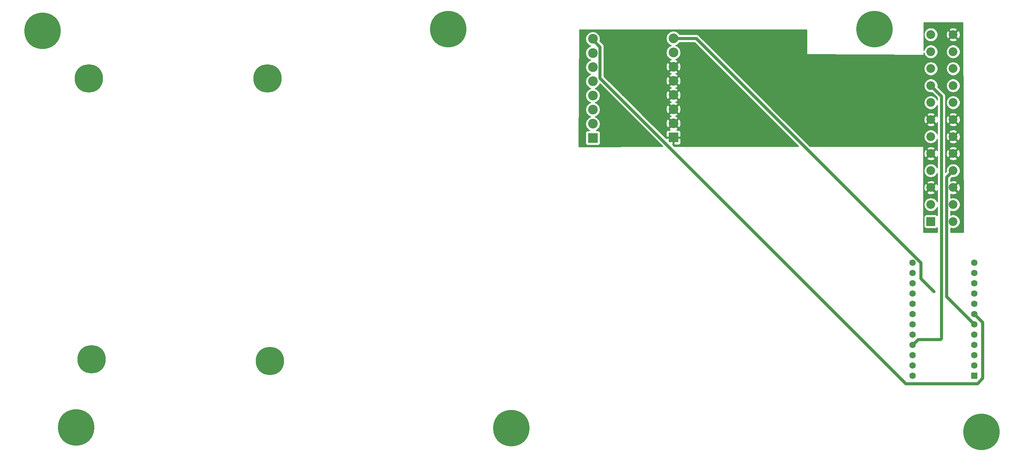
<source format=gbr>
%TF.GenerationSoftware,KiCad,Pcbnew,(5.1.9)-1*%
%TF.CreationDate,2021-07-06T18:24:39-05:00*%
%TF.ProjectId,GEN 1 PSU CARD,47454e20-3120-4505-9355-20434152442e,rev?*%
%TF.SameCoordinates,Original*%
%TF.FileFunction,Copper,L1,Top*%
%TF.FilePolarity,Positive*%
%FSLAX46Y46*%
G04 Gerber Fmt 4.6, Leading zero omitted, Abs format (unit mm)*
G04 Created by KiCad (PCBNEW (5.1.9)-1) date 2021-07-06 18:24:39*
%MOMM*%
%LPD*%
G01*
G04 APERTURE LIST*
%TA.AperFunction,ComponentPad*%
%ADD10C,9.000000*%
%TD*%
%TA.AperFunction,ComponentPad*%
%ADD11C,2.175000*%
%TD*%
%TA.AperFunction,ComponentPad*%
%ADD12R,2.175000X2.175000*%
%TD*%
%TA.AperFunction,ComponentPad*%
%ADD13C,7.000000*%
%TD*%
%TA.AperFunction,ComponentPad*%
%ADD14C,0.800000*%
%TD*%
%TA.AperFunction,ComponentPad*%
%ADD15C,1.600000*%
%TD*%
%TA.AperFunction,ComponentPad*%
%ADD16R,1.600000X1.600000*%
%TD*%
%TA.AperFunction,ComponentPad*%
%ADD17C,2.400000*%
%TD*%
%TA.AperFunction,ComponentPad*%
%ADD18R,2.400000X2.400000*%
%TD*%
%TA.AperFunction,ViaPad*%
%ADD19C,0.800000*%
%TD*%
%TA.AperFunction,Conductor*%
%ADD20C,0.750000*%
%TD*%
%TA.AperFunction,Conductor*%
%ADD21C,0.254000*%
%TD*%
%TA.AperFunction,Conductor*%
%ADD22C,0.100000*%
%TD*%
G04 APERTURE END LIST*
D10*
%TO.P,REF\u002A\u002A,1*%
%TO.N,N/C*%
X266034520Y-149098000D03*
%TD*%
%TO.P,REF\u002A\u002A,1*%
%TO.N,N/C*%
X239654080Y-49509680D03*
%TD*%
%TO.P,REF\u002A\u002A,1*%
%TO.N,N/C*%
X134391400Y-49570640D03*
%TD*%
%TO.P,REF\u002A\u002A,1*%
%TO.N,N/C*%
X149931120Y-148209000D03*
%TD*%
%TO.P,REF\u002A\u002A,1*%
%TO.N,N/C*%
X34254440Y-49956720D03*
%TD*%
%TO.P,REF\u002A\u002A,1*%
%TO.N,N/C*%
X42550080Y-148056600D03*
%TD*%
D11*
%TO.P,J4,24*%
%TO.N,/GND*%
X259052960Y-50904200D03*
%TO.P,J4,23*%
%TO.N,Net-(J4-Pad23)*%
X253552960Y-50904200D03*
%TO.P,J4,22*%
%TO.N,/5V*%
X259052960Y-55104200D03*
%TO.P,J4,21*%
%TO.N,/12V*%
X253552960Y-55104200D03*
%TO.P,J4,20*%
%TO.N,/5V*%
X259052960Y-59304200D03*
%TO.P,J4,19*%
%TO.N,/12V*%
X253552960Y-59304200D03*
%TO.P,J4,18*%
%TO.N,/5V*%
X259052960Y-63504200D03*
%TO.P,J4,17*%
%TO.N,/5VSB*%
X253552960Y-63504200D03*
%TO.P,J4,16*%
%TO.N,Net-(J4-Pad16)*%
X259052960Y-67704200D03*
%TO.P,J4,15*%
%TO.N,Net-(J4-Pad15)*%
X253552960Y-67704200D03*
%TO.P,J4,14*%
%TO.N,/GND*%
X259052960Y-71904200D03*
%TO.P,J4,13*%
X253552960Y-71904200D03*
%TO.P,J4,12*%
X259052960Y-76104200D03*
%TO.P,J4,11*%
%TO.N,/5V*%
X253552960Y-76104200D03*
%TO.P,J4,10*%
%TO.N,/GND*%
X259052960Y-80304200D03*
%TO.P,J4,9*%
X253552960Y-80304200D03*
%TO.P,J4,8*%
%TO.N,/PS_ON*%
X259052960Y-84504200D03*
%TO.P,J4,7*%
%TO.N,/5V*%
X253552960Y-84504200D03*
%TO.P,J4,6*%
%TO.N,/GND*%
X259052960Y-88704200D03*
%TO.P,J4,5*%
X253552960Y-88704200D03*
%TO.P,J4,4*%
%TO.N,/-12*%
X259052960Y-92904200D03*
%TO.P,J4,3*%
%TO.N,Net-(J4-Pad3)*%
X253552960Y-92904200D03*
%TO.P,J4,2*%
%TO.N,Net-(J4-Pad2)*%
X259052960Y-97104200D03*
D12*
%TO.P,J4,1*%
%TO.N,Net-(J4-Pad1)*%
X253552960Y-97104200D03*
%TD*%
D13*
%TO.P,REF\u002A\u002A,1*%
%TO.N,N/C*%
X90388440Y-131556760D03*
D14*
X93013440Y-131556760D03*
X92244595Y-133412915D03*
X90388440Y-134181760D03*
X88532285Y-133412915D03*
X87763440Y-131556760D03*
X88532285Y-129700605D03*
X90388440Y-128931760D03*
X92244595Y-129700605D03*
%TD*%
D13*
%TO.P,REF\u002A\u002A,1*%
%TO.N,N/C*%
X46344840Y-131130040D03*
D14*
X48969840Y-131130040D03*
X48200995Y-132986195D03*
X46344840Y-133755040D03*
X44488685Y-132986195D03*
X43719840Y-131130040D03*
X44488685Y-129273885D03*
X46344840Y-128505040D03*
X48200995Y-129273885D03*
%TD*%
%TO.P,REF\u002A\u002A,1*%
%TO.N,N/C*%
X91609595Y-59860765D03*
X89753440Y-59091920D03*
X87897285Y-59860765D03*
X87128440Y-61716920D03*
X87897285Y-63573075D03*
X89753440Y-64341920D03*
X91609595Y-63573075D03*
X92378440Y-61716920D03*
D13*
X89753440Y-61716920D03*
%TD*%
D14*
%TO.P,REF\u002A\u002A,1*%
%TO.N,N/C*%
X47560915Y-59881085D03*
X45704760Y-59112240D03*
X43848605Y-59881085D03*
X43079760Y-61737240D03*
X43848605Y-63593395D03*
X45704760Y-64362240D03*
X47560915Y-63593395D03*
X48329760Y-61737240D03*
D13*
X45704760Y-61737240D03*
%TD*%
D15*
%TO.P,U1,24*%
%TO.N,Net-(U1-Pad24)*%
X249026680Y-135255000D03*
%TO.P,U1,23*%
%TO.N,/GND*%
X249026680Y-132715000D03*
%TO.P,U1,22*%
%TO.N,Net-(U1-Pad22)*%
X249026680Y-130175000D03*
%TO.P,U1,21*%
%TO.N,/5VSB*%
X249026680Y-127635000D03*
%TO.P,U1,20*%
%TO.N,Net-(U1-Pad20)*%
X249026680Y-125095000D03*
%TO.P,U1,19*%
%TO.N,Net-(U1-Pad19)*%
X249026680Y-122555000D03*
%TO.P,U1,18*%
%TO.N,Net-(U1-Pad18)*%
X249026680Y-120015000D03*
%TO.P,U1,17*%
%TO.N,Net-(U1-Pad17)*%
X249026680Y-117475000D03*
%TO.P,U1,16*%
%TO.N,Net-(U1-Pad16)*%
X249026680Y-114935000D03*
%TO.P,U1,15*%
%TO.N,Net-(U1-Pad15)*%
X249026680Y-112395000D03*
%TO.P,U1,14*%
%TO.N,Net-(U1-Pad14)*%
X249026680Y-109855000D03*
%TO.P,U1,13*%
%TO.N,Net-(U1-Pad13)*%
X249026680Y-107315000D03*
%TO.P,U1,12*%
%TO.N,Net-(U1-Pad12)*%
X264266680Y-107315000D03*
%TO.P,U1,11*%
%TO.N,Net-(U1-Pad11)*%
X264266680Y-109855000D03*
%TO.P,U1,10*%
%TO.N,Net-(U1-Pad10)*%
X264266680Y-112395000D03*
%TO.P,U1,9*%
%TO.N,/ON-OFF*%
X264266680Y-114935000D03*
%TO.P,U1,8*%
%TO.N,Net-(U1-Pad8)*%
X264266680Y-117475000D03*
%TO.P,U1,7*%
%TO.N,/OS_OFF*%
X264266680Y-120015000D03*
%TO.P,U1,6*%
%TO.N,/PS_ON*%
X264266680Y-122555000D03*
%TO.P,U1,5*%
%TO.N,Net-(U1-Pad5)*%
X264266680Y-125095000D03*
%TO.P,U1,4*%
%TO.N,/GND*%
X264266680Y-127635000D03*
%TO.P,U1,3*%
X264266680Y-130175000D03*
%TO.P,U1,2*%
%TO.N,Net-(U1-Pad2)*%
X264266680Y-132715000D03*
D16*
%TO.P,U1,1*%
%TO.N,Net-(U1-Pad1)*%
X264266680Y-135255000D03*
%TD*%
D17*
%TO.P,J3,8*%
%TO.N,/OS_OFF*%
X170083480Y-51953400D03*
%TO.P,J3,7*%
%TO.N,/5V*%
X170083480Y-55453400D03*
%TO.P,J3,6*%
X170083480Y-58953400D03*
%TO.P,J3,5*%
X170083480Y-62453400D03*
%TO.P,J3,4*%
X170083480Y-65953400D03*
%TO.P,J3,3*%
X170083480Y-69453400D03*
%TO.P,J3,2*%
%TO.N,/12V*%
X170083480Y-72953400D03*
D18*
%TO.P,J3,1*%
X170083480Y-76453400D03*
%TD*%
D17*
%TO.P,J2,8*%
%TO.N,/ON-OFF*%
X189981840Y-51821320D03*
%TO.P,J2,7*%
%TO.N,/-12*%
X189981840Y-55321320D03*
%TO.P,J2,6*%
%TO.N,/GND*%
X189981840Y-58821320D03*
%TO.P,J2,5*%
X189981840Y-62321320D03*
%TO.P,J2,4*%
X189981840Y-65821320D03*
%TO.P,J2,3*%
X189981840Y-69321320D03*
%TO.P,J2,2*%
X189981840Y-72821320D03*
D18*
%TO.P,J2,1*%
X189981840Y-76321320D03*
%TD*%
D19*
%TO.N,/ON-OFF*%
X254289560Y-114411760D03*
%TD*%
D20*
%TO.N,/PS_ON*%
X257390459Y-86166701D02*
X259052960Y-84504200D01*
X257390459Y-115678779D02*
X257390459Y-86166701D01*
X264266680Y-122555000D02*
X257390459Y-115678779D01*
%TO.N,/5VSB*%
X250401681Y-126259999D02*
X255867761Y-126259999D01*
X249026680Y-127635000D02*
X250401681Y-126259999D01*
X255867761Y-126259999D02*
X256153920Y-125973840D01*
X256153920Y-66105160D02*
X253552960Y-63504200D01*
X256153920Y-125973840D02*
X256153920Y-66105160D01*
%TO.N,/ON-OFF*%
X195568002Y-51821320D02*
X251036282Y-107289600D01*
X189981840Y-51821320D02*
X195568002Y-51821320D01*
X251036282Y-107289600D02*
X251036282Y-111158482D01*
X251036282Y-111158482D02*
X254289560Y-114411760D01*
X254289560Y-114411760D02*
X254289560Y-114411760D01*
%TO.N,/OS_OFF*%
X264266680Y-120015000D02*
X266298680Y-122047000D01*
X266298680Y-135858002D02*
X265011922Y-137144760D01*
X266298680Y-122047000D02*
X266298680Y-135858002D01*
X171858481Y-61632963D02*
X171858481Y-53931361D01*
X247370278Y-137144760D02*
X171858481Y-61632963D01*
X265011922Y-137144760D02*
X247370278Y-137144760D01*
X170083480Y-52156360D02*
X170083480Y-51953400D01*
X171858481Y-53931361D02*
X170083480Y-52156360D01*
%TD*%
D21*
%TO.N,/GND*%
X261553488Y-99796407D02*
X258400459Y-99791647D01*
X258400459Y-98698345D01*
X258550525Y-98760505D01*
X258883309Y-98826700D01*
X259222611Y-98826700D01*
X259555395Y-98760505D01*
X259868869Y-98630659D01*
X260150989Y-98442153D01*
X260390913Y-98202229D01*
X260579419Y-97920109D01*
X260709265Y-97606635D01*
X260775460Y-97273851D01*
X260775460Y-96934549D01*
X260709265Y-96601765D01*
X260579419Y-96288291D01*
X260390913Y-96006171D01*
X260150989Y-95766247D01*
X259868869Y-95577741D01*
X259555395Y-95447895D01*
X259222611Y-95381700D01*
X258883309Y-95381700D01*
X258550525Y-95447895D01*
X258400459Y-95510055D01*
X258400459Y-94498345D01*
X258550525Y-94560505D01*
X258883309Y-94626700D01*
X259222611Y-94626700D01*
X259555395Y-94560505D01*
X259868869Y-94430659D01*
X260150989Y-94242153D01*
X260390913Y-94002229D01*
X260579419Y-93720109D01*
X260709265Y-93406635D01*
X260775460Y-93073851D01*
X260775460Y-92734549D01*
X260709265Y-92401765D01*
X260579419Y-92088291D01*
X260390913Y-91806171D01*
X260150989Y-91566247D01*
X259868869Y-91377741D01*
X259555395Y-91247895D01*
X259222611Y-91181700D01*
X258883309Y-91181700D01*
X258550525Y-91247895D01*
X258400459Y-91310055D01*
X258400459Y-90302789D01*
X258445618Y-90324978D01*
X258773485Y-90412322D01*
X259112094Y-90434024D01*
X259448430Y-90389249D01*
X259769567Y-90279719D01*
X259964831Y-90175348D01*
X260071156Y-89902001D01*
X259052960Y-88883805D01*
X259038818Y-88897948D01*
X258859213Y-88718343D01*
X258873355Y-88704200D01*
X259232565Y-88704200D01*
X260250761Y-89722396D01*
X260524108Y-89616071D01*
X260673738Y-89311542D01*
X260761082Y-88983675D01*
X260782784Y-88645066D01*
X260738009Y-88308730D01*
X260628479Y-87987593D01*
X260524108Y-87792329D01*
X260250761Y-87686004D01*
X259232565Y-88704200D01*
X258873355Y-88704200D01*
X258859213Y-88690058D01*
X259038818Y-88510453D01*
X259052960Y-88524595D01*
X260071156Y-87506399D01*
X259964831Y-87233052D01*
X259660302Y-87083422D01*
X259332435Y-86996078D01*
X258993826Y-86974376D01*
X258657490Y-87019151D01*
X258400459Y-87106816D01*
X258400459Y-86585056D01*
X258779470Y-86206045D01*
X258883309Y-86226700D01*
X259222611Y-86226700D01*
X259555395Y-86160505D01*
X259868869Y-86030659D01*
X260150989Y-85842153D01*
X260390913Y-85602229D01*
X260579419Y-85320109D01*
X260709265Y-85006635D01*
X260775460Y-84673851D01*
X260775460Y-84334549D01*
X260709265Y-84001765D01*
X260579419Y-83688291D01*
X260390913Y-83406171D01*
X260150989Y-83166247D01*
X259868869Y-82977741D01*
X259555395Y-82847895D01*
X259222611Y-82781700D01*
X258883309Y-82781700D01*
X258550525Y-82847895D01*
X258237051Y-82977741D01*
X257954931Y-83166247D01*
X257715007Y-83406171D01*
X257526501Y-83688291D01*
X257396655Y-84001765D01*
X257330460Y-84334549D01*
X257330460Y-84673851D01*
X257351115Y-84777690D01*
X257163920Y-84964885D01*
X257163920Y-81502001D01*
X258034764Y-81502001D01*
X258141089Y-81775348D01*
X258445618Y-81924978D01*
X258773485Y-82012322D01*
X259112094Y-82034024D01*
X259448430Y-81989249D01*
X259769567Y-81879719D01*
X259964831Y-81775348D01*
X260071156Y-81502001D01*
X259052960Y-80483805D01*
X258034764Y-81502001D01*
X257163920Y-81502001D01*
X257163920Y-80363334D01*
X257323136Y-80363334D01*
X257367911Y-80699670D01*
X257477441Y-81020807D01*
X257581812Y-81216071D01*
X257855159Y-81322396D01*
X258873355Y-80304200D01*
X259232565Y-80304200D01*
X260250761Y-81322396D01*
X260524108Y-81216071D01*
X260673738Y-80911542D01*
X260761082Y-80583675D01*
X260782784Y-80245066D01*
X260738009Y-79908730D01*
X260628479Y-79587593D01*
X260524108Y-79392329D01*
X260250761Y-79286004D01*
X259232565Y-80304200D01*
X258873355Y-80304200D01*
X257855159Y-79286004D01*
X257581812Y-79392329D01*
X257432182Y-79696858D01*
X257344838Y-80024725D01*
X257323136Y-80363334D01*
X257163920Y-80363334D01*
X257163920Y-79106399D01*
X258034764Y-79106399D01*
X259052960Y-80124595D01*
X260071156Y-79106399D01*
X259964831Y-78833052D01*
X259660302Y-78683422D01*
X259332435Y-78596078D01*
X258993826Y-78574376D01*
X258657490Y-78619151D01*
X258336353Y-78728681D01*
X258141089Y-78833052D01*
X258034764Y-79106399D01*
X257163920Y-79106399D01*
X257163920Y-77302001D01*
X258034764Y-77302001D01*
X258141089Y-77575348D01*
X258445618Y-77724978D01*
X258773485Y-77812322D01*
X259112094Y-77834024D01*
X259448430Y-77789249D01*
X259769567Y-77679719D01*
X259964831Y-77575348D01*
X260071156Y-77302001D01*
X259052960Y-76283805D01*
X258034764Y-77302001D01*
X257163920Y-77302001D01*
X257163920Y-76163334D01*
X257323136Y-76163334D01*
X257367911Y-76499670D01*
X257477441Y-76820807D01*
X257581812Y-77016071D01*
X257855159Y-77122396D01*
X258873355Y-76104200D01*
X259232565Y-76104200D01*
X260250761Y-77122396D01*
X260524108Y-77016071D01*
X260673738Y-76711542D01*
X260761082Y-76383675D01*
X260782784Y-76045066D01*
X260738009Y-75708730D01*
X260628479Y-75387593D01*
X260524108Y-75192329D01*
X260250761Y-75086004D01*
X259232565Y-76104200D01*
X258873355Y-76104200D01*
X257855159Y-75086004D01*
X257581812Y-75192329D01*
X257432182Y-75496858D01*
X257344838Y-75824725D01*
X257323136Y-76163334D01*
X257163920Y-76163334D01*
X257163920Y-74906399D01*
X258034764Y-74906399D01*
X259052960Y-75924595D01*
X260071156Y-74906399D01*
X259964831Y-74633052D01*
X259660302Y-74483422D01*
X259332435Y-74396078D01*
X258993826Y-74374376D01*
X258657490Y-74419151D01*
X258336353Y-74528681D01*
X258141089Y-74633052D01*
X258034764Y-74906399D01*
X257163920Y-74906399D01*
X257163920Y-73102001D01*
X258034764Y-73102001D01*
X258141089Y-73375348D01*
X258445618Y-73524978D01*
X258773485Y-73612322D01*
X259112094Y-73634024D01*
X259448430Y-73589249D01*
X259769567Y-73479719D01*
X259964831Y-73375348D01*
X260071156Y-73102001D01*
X259052960Y-72083805D01*
X258034764Y-73102001D01*
X257163920Y-73102001D01*
X257163920Y-71963334D01*
X257323136Y-71963334D01*
X257367911Y-72299670D01*
X257477441Y-72620807D01*
X257581812Y-72816071D01*
X257855159Y-72922396D01*
X258873355Y-71904200D01*
X259232565Y-71904200D01*
X260250761Y-72922396D01*
X260524108Y-72816071D01*
X260673738Y-72511542D01*
X260761082Y-72183675D01*
X260782784Y-71845066D01*
X260738009Y-71508730D01*
X260628479Y-71187593D01*
X260524108Y-70992329D01*
X260250761Y-70886004D01*
X259232565Y-71904200D01*
X258873355Y-71904200D01*
X257855159Y-70886004D01*
X257581812Y-70992329D01*
X257432182Y-71296858D01*
X257344838Y-71624725D01*
X257323136Y-71963334D01*
X257163920Y-71963334D01*
X257163920Y-70706399D01*
X258034764Y-70706399D01*
X259052960Y-71724595D01*
X260071156Y-70706399D01*
X259964831Y-70433052D01*
X259660302Y-70283422D01*
X259332435Y-70196078D01*
X258993826Y-70174376D01*
X258657490Y-70219151D01*
X258336353Y-70328681D01*
X258141089Y-70433052D01*
X258034764Y-70706399D01*
X257163920Y-70706399D01*
X257163920Y-67534549D01*
X257330460Y-67534549D01*
X257330460Y-67873851D01*
X257396655Y-68206635D01*
X257526501Y-68520109D01*
X257715007Y-68802229D01*
X257954931Y-69042153D01*
X258237051Y-69230659D01*
X258550525Y-69360505D01*
X258883309Y-69426700D01*
X259222611Y-69426700D01*
X259555395Y-69360505D01*
X259868869Y-69230659D01*
X260150989Y-69042153D01*
X260390913Y-68802229D01*
X260579419Y-68520109D01*
X260709265Y-68206635D01*
X260775460Y-67873851D01*
X260775460Y-67534549D01*
X260709265Y-67201765D01*
X260579419Y-66888291D01*
X260390913Y-66606171D01*
X260150989Y-66366247D01*
X259868869Y-66177741D01*
X259555395Y-66047895D01*
X259222611Y-65981700D01*
X258883309Y-65981700D01*
X258550525Y-66047895D01*
X258237051Y-66177741D01*
X257954931Y-66366247D01*
X257715007Y-66606171D01*
X257526501Y-66888291D01*
X257396655Y-67201765D01*
X257330460Y-67534549D01*
X257163920Y-67534549D01*
X257163920Y-66154768D01*
X257168806Y-66105160D01*
X257149305Y-65907165D01*
X257091552Y-65716780D01*
X256997766Y-65541319D01*
X256903176Y-65426060D01*
X256871553Y-65387527D01*
X256833020Y-65355904D01*
X255254805Y-63777690D01*
X255275460Y-63673851D01*
X255275460Y-63334549D01*
X257330460Y-63334549D01*
X257330460Y-63673851D01*
X257396655Y-64006635D01*
X257526501Y-64320109D01*
X257715007Y-64602229D01*
X257954931Y-64842153D01*
X258237051Y-65030659D01*
X258550525Y-65160505D01*
X258883309Y-65226700D01*
X259222611Y-65226700D01*
X259555395Y-65160505D01*
X259868869Y-65030659D01*
X260150989Y-64842153D01*
X260390913Y-64602229D01*
X260579419Y-64320109D01*
X260709265Y-64006635D01*
X260775460Y-63673851D01*
X260775460Y-63334549D01*
X260709265Y-63001765D01*
X260579419Y-62688291D01*
X260390913Y-62406171D01*
X260150989Y-62166247D01*
X259868869Y-61977741D01*
X259555395Y-61847895D01*
X259222611Y-61781700D01*
X258883309Y-61781700D01*
X258550525Y-61847895D01*
X258237051Y-61977741D01*
X257954931Y-62166247D01*
X257715007Y-62406171D01*
X257526501Y-62688291D01*
X257396655Y-63001765D01*
X257330460Y-63334549D01*
X255275460Y-63334549D01*
X255209265Y-63001765D01*
X255079419Y-62688291D01*
X254890913Y-62406171D01*
X254650989Y-62166247D01*
X254368869Y-61977741D01*
X254055395Y-61847895D01*
X253722611Y-61781700D01*
X253383309Y-61781700D01*
X253050525Y-61847895D01*
X252737051Y-61977741D01*
X252454931Y-62166247D01*
X252215007Y-62406171D01*
X252026501Y-62688291D01*
X251896655Y-63001765D01*
X251830460Y-63334549D01*
X251830460Y-63673851D01*
X251896655Y-64006635D01*
X252026501Y-64320109D01*
X252215007Y-64602229D01*
X252454931Y-64842153D01*
X252737051Y-65030659D01*
X253050525Y-65160505D01*
X253383309Y-65226700D01*
X253722611Y-65226700D01*
X253826450Y-65206045D01*
X255143921Y-66523517D01*
X255143921Y-67044012D01*
X255079419Y-66888291D01*
X254890913Y-66606171D01*
X254650989Y-66366247D01*
X254368869Y-66177741D01*
X254055395Y-66047895D01*
X253722611Y-65981700D01*
X253383309Y-65981700D01*
X253050525Y-66047895D01*
X252737051Y-66177741D01*
X252454931Y-66366247D01*
X252215007Y-66606171D01*
X252026501Y-66888291D01*
X251896655Y-67201765D01*
X251830460Y-67534549D01*
X251830460Y-67873851D01*
X251896655Y-68206635D01*
X252026501Y-68520109D01*
X252215007Y-68802229D01*
X252454931Y-69042153D01*
X252737051Y-69230659D01*
X253050525Y-69360505D01*
X253383309Y-69426700D01*
X253722611Y-69426700D01*
X254055395Y-69360505D01*
X254368869Y-69230659D01*
X254650989Y-69042153D01*
X254890913Y-68802229D01*
X255079419Y-68520109D01*
X255143921Y-68364388D01*
X255143921Y-71232868D01*
X255128479Y-71187593D01*
X255024108Y-70992329D01*
X254750761Y-70886004D01*
X253732565Y-71904200D01*
X254750761Y-72922396D01*
X255024108Y-72816071D01*
X255143921Y-72572226D01*
X255143921Y-75444011D01*
X255079419Y-75288291D01*
X254890913Y-75006171D01*
X254650989Y-74766247D01*
X254368869Y-74577741D01*
X254055395Y-74447895D01*
X253722611Y-74381700D01*
X253383309Y-74381700D01*
X253050525Y-74447895D01*
X252737051Y-74577741D01*
X252454931Y-74766247D01*
X252215007Y-75006171D01*
X252026501Y-75288291D01*
X251896655Y-75601765D01*
X251830460Y-75934549D01*
X251830460Y-76273851D01*
X251896655Y-76606635D01*
X252026501Y-76920109D01*
X252215007Y-77202229D01*
X252454931Y-77442153D01*
X252737051Y-77630659D01*
X253050525Y-77760505D01*
X253383309Y-77826700D01*
X253722611Y-77826700D01*
X254055395Y-77760505D01*
X254368869Y-77630659D01*
X254650989Y-77442153D01*
X254890913Y-77202229D01*
X255079419Y-76920109D01*
X255143921Y-76764389D01*
X255143921Y-79632868D01*
X255128479Y-79587593D01*
X255024108Y-79392329D01*
X254750761Y-79286004D01*
X253732565Y-80304200D01*
X254750761Y-81322396D01*
X255024108Y-81216071D01*
X255143921Y-80972226D01*
X255143921Y-83844011D01*
X255079419Y-83688291D01*
X254890913Y-83406171D01*
X254650989Y-83166247D01*
X254368869Y-82977741D01*
X254055395Y-82847895D01*
X253722611Y-82781700D01*
X253383309Y-82781700D01*
X253050525Y-82847895D01*
X252737051Y-82977741D01*
X252454931Y-83166247D01*
X252215007Y-83406171D01*
X252026501Y-83688291D01*
X251896655Y-84001765D01*
X251830460Y-84334549D01*
X251830460Y-84673851D01*
X251896655Y-85006635D01*
X252026501Y-85320109D01*
X252215007Y-85602229D01*
X252454931Y-85842153D01*
X252737051Y-86030659D01*
X253050525Y-86160505D01*
X253383309Y-86226700D01*
X253722611Y-86226700D01*
X254055395Y-86160505D01*
X254368869Y-86030659D01*
X254650989Y-85842153D01*
X254890913Y-85602229D01*
X255079419Y-85320109D01*
X255143921Y-85164389D01*
X255143921Y-88032867D01*
X255128479Y-87987593D01*
X255024108Y-87792329D01*
X254750761Y-87686004D01*
X253732565Y-88704200D01*
X254750761Y-89722396D01*
X255024108Y-89616071D01*
X255143921Y-89372227D01*
X255143921Y-92244011D01*
X255079419Y-92088291D01*
X254890913Y-91806171D01*
X254650989Y-91566247D01*
X254368869Y-91377741D01*
X254055395Y-91247895D01*
X253722611Y-91181700D01*
X253383309Y-91181700D01*
X253050525Y-91247895D01*
X252737051Y-91377741D01*
X252454931Y-91566247D01*
X252215007Y-91806171D01*
X252026501Y-92088291D01*
X251896655Y-92401765D01*
X251830460Y-92734549D01*
X251830460Y-93073851D01*
X251896655Y-93406635D01*
X252026501Y-93720109D01*
X252215007Y-94002229D01*
X252454931Y-94242153D01*
X252737051Y-94430659D01*
X253050525Y-94560505D01*
X253383309Y-94626700D01*
X253722611Y-94626700D01*
X254055395Y-94560505D01*
X254368869Y-94430659D01*
X254650989Y-94242153D01*
X254890913Y-94002229D01*
X255079419Y-93720109D01*
X255143921Y-93564389D01*
X255143921Y-95629213D01*
X255091645Y-95565515D01*
X254994954Y-95486163D01*
X254884640Y-95427198D01*
X254764942Y-95390888D01*
X254640460Y-95378628D01*
X252465460Y-95378628D01*
X252340978Y-95390888D01*
X252221280Y-95427198D01*
X252110966Y-95486163D01*
X252014275Y-95565515D01*
X251934923Y-95662206D01*
X251875958Y-95772520D01*
X251839648Y-95892218D01*
X251827388Y-96016700D01*
X251827388Y-98191700D01*
X251839648Y-98316182D01*
X251875958Y-98435880D01*
X251934923Y-98546194D01*
X252014275Y-98642885D01*
X252110966Y-98722237D01*
X252221280Y-98781202D01*
X252340978Y-98817512D01*
X252465460Y-98829772D01*
X254640460Y-98829772D01*
X254764942Y-98817512D01*
X254884640Y-98781202D01*
X254994954Y-98722237D01*
X255091645Y-98642885D01*
X255143920Y-98579187D01*
X255143920Y-99786730D01*
X251714121Y-99781552D01*
X251723556Y-89902001D01*
X252534764Y-89902001D01*
X252641089Y-90175348D01*
X252945618Y-90324978D01*
X253273485Y-90412322D01*
X253612094Y-90434024D01*
X253948430Y-90389249D01*
X254269567Y-90279719D01*
X254464831Y-90175348D01*
X254571156Y-89902001D01*
X253552960Y-88883805D01*
X252534764Y-89902001D01*
X251723556Y-89902001D01*
X251724644Y-88763334D01*
X251823136Y-88763334D01*
X251867911Y-89099670D01*
X251977441Y-89420807D01*
X252081812Y-89616071D01*
X252355159Y-89722396D01*
X253373355Y-88704200D01*
X252355159Y-87686004D01*
X252081812Y-87792329D01*
X251932182Y-88096858D01*
X251844838Y-88424725D01*
X251823136Y-88763334D01*
X251724644Y-88763334D01*
X251725844Y-87506399D01*
X252534764Y-87506399D01*
X253552960Y-88524595D01*
X254571156Y-87506399D01*
X254464831Y-87233052D01*
X254160302Y-87083422D01*
X253832435Y-86996078D01*
X253493826Y-86974376D01*
X253157490Y-87019151D01*
X252836353Y-87128681D01*
X252641089Y-87233052D01*
X252534764Y-87506399D01*
X251725844Y-87506399D01*
X251731579Y-81502001D01*
X252534764Y-81502001D01*
X252641089Y-81775348D01*
X252945618Y-81924978D01*
X253273485Y-82012322D01*
X253612094Y-82034024D01*
X253948430Y-81989249D01*
X254269567Y-81879719D01*
X254464831Y-81775348D01*
X254571156Y-81502001D01*
X253552960Y-80483805D01*
X252534764Y-81502001D01*
X251731579Y-81502001D01*
X251732667Y-80363334D01*
X251823136Y-80363334D01*
X251867911Y-80699670D01*
X251977441Y-81020807D01*
X252081812Y-81216071D01*
X252355159Y-81322396D01*
X253373355Y-80304200D01*
X252355159Y-79286004D01*
X252081812Y-79392329D01*
X251932182Y-79696858D01*
X251844838Y-80024725D01*
X251823136Y-80363334D01*
X251732667Y-80363334D01*
X251733868Y-79106399D01*
X252534764Y-79106399D01*
X253552960Y-80124595D01*
X254571156Y-79106399D01*
X254464831Y-78833052D01*
X254160302Y-78683422D01*
X253832435Y-78596078D01*
X253493826Y-78574376D01*
X253157490Y-78619151D01*
X252836353Y-78728681D01*
X252641089Y-78833052D01*
X252534764Y-79106399D01*
X251733868Y-79106399D01*
X251734320Y-78633441D01*
X251731903Y-78608663D01*
X251724699Y-78584831D01*
X251712984Y-78562863D01*
X251697208Y-78543603D01*
X251677978Y-78527791D01*
X251656033Y-78516034D01*
X251632215Y-78508784D01*
X251607252Y-78506320D01*
X223696352Y-78521314D01*
X218277039Y-73102001D01*
X252534764Y-73102001D01*
X252641089Y-73375348D01*
X252945618Y-73524978D01*
X253273485Y-73612322D01*
X253612094Y-73634024D01*
X253948430Y-73589249D01*
X254269567Y-73479719D01*
X254464831Y-73375348D01*
X254571156Y-73102001D01*
X253552960Y-72083805D01*
X252534764Y-73102001D01*
X218277039Y-73102001D01*
X217138372Y-71963334D01*
X251823136Y-71963334D01*
X251867911Y-72299670D01*
X251977441Y-72620807D01*
X252081812Y-72816071D01*
X252355159Y-72922396D01*
X253373355Y-71904200D01*
X252355159Y-70886004D01*
X252081812Y-70992329D01*
X251932182Y-71296858D01*
X251844838Y-71624725D01*
X251823136Y-71963334D01*
X217138372Y-71963334D01*
X215881437Y-70706399D01*
X252534764Y-70706399D01*
X253552960Y-71724595D01*
X254571156Y-70706399D01*
X254464831Y-70433052D01*
X254160302Y-70283422D01*
X253832435Y-70196078D01*
X253493826Y-70174376D01*
X253157490Y-70219151D01*
X252836353Y-70328681D01*
X252641089Y-70433052D01*
X252534764Y-70706399D01*
X215881437Y-70706399D01*
X204309587Y-59134549D01*
X251830460Y-59134549D01*
X251830460Y-59473851D01*
X251896655Y-59806635D01*
X252026501Y-60120109D01*
X252215007Y-60402229D01*
X252454931Y-60642153D01*
X252737051Y-60830659D01*
X253050525Y-60960505D01*
X253383309Y-61026700D01*
X253722611Y-61026700D01*
X254055395Y-60960505D01*
X254368869Y-60830659D01*
X254650989Y-60642153D01*
X254890913Y-60402229D01*
X255079419Y-60120109D01*
X255209265Y-59806635D01*
X255275460Y-59473851D01*
X255275460Y-59134549D01*
X257330460Y-59134549D01*
X257330460Y-59473851D01*
X257396655Y-59806635D01*
X257526501Y-60120109D01*
X257715007Y-60402229D01*
X257954931Y-60642153D01*
X258237051Y-60830659D01*
X258550525Y-60960505D01*
X258883309Y-61026700D01*
X259222611Y-61026700D01*
X259555395Y-60960505D01*
X259868869Y-60830659D01*
X260150989Y-60642153D01*
X260390913Y-60402229D01*
X260579419Y-60120109D01*
X260709265Y-59806635D01*
X260775460Y-59473851D01*
X260775460Y-59134549D01*
X260709265Y-58801765D01*
X260579419Y-58488291D01*
X260390913Y-58206171D01*
X260150989Y-57966247D01*
X259868869Y-57777741D01*
X259555395Y-57647895D01*
X259222611Y-57581700D01*
X258883309Y-57581700D01*
X258550525Y-57647895D01*
X258237051Y-57777741D01*
X257954931Y-57966247D01*
X257715007Y-58206171D01*
X257526501Y-58488291D01*
X257396655Y-58801765D01*
X257330460Y-59134549D01*
X255275460Y-59134549D01*
X255209265Y-58801765D01*
X255079419Y-58488291D01*
X254890913Y-58206171D01*
X254650989Y-57966247D01*
X254368869Y-57777741D01*
X254055395Y-57647895D01*
X253722611Y-57581700D01*
X253383309Y-57581700D01*
X253050525Y-57647895D01*
X252737051Y-57777741D01*
X252454931Y-57966247D01*
X252215007Y-58206171D01*
X252026501Y-58488291D01*
X251896655Y-58801765D01*
X251830460Y-59134549D01*
X204309587Y-59134549D01*
X196317263Y-51142226D01*
X196285635Y-51103687D01*
X196131842Y-50977473D01*
X195956382Y-50883688D01*
X195765996Y-50825935D01*
X195617610Y-50811320D01*
X195568002Y-50806434D01*
X195518394Y-50811320D01*
X191513916Y-50811320D01*
X191407178Y-50651576D01*
X191151584Y-50395982D01*
X190851039Y-50195164D01*
X190517090Y-50056838D01*
X190162572Y-49986320D01*
X189801108Y-49986320D01*
X189446590Y-50056838D01*
X189112641Y-50195164D01*
X188812096Y-50395982D01*
X188556502Y-50651576D01*
X188355684Y-50952121D01*
X188217358Y-51286070D01*
X188146840Y-51640588D01*
X188146840Y-52002052D01*
X188217358Y-52356570D01*
X188355684Y-52690519D01*
X188556502Y-52991064D01*
X188812096Y-53246658D01*
X189112641Y-53447476D01*
X189411627Y-53571320D01*
X189112641Y-53695164D01*
X188812096Y-53895982D01*
X188556502Y-54151576D01*
X188355684Y-54452121D01*
X188217358Y-54786070D01*
X188146840Y-55140588D01*
X188146840Y-55502052D01*
X188217358Y-55856570D01*
X188355684Y-56190519D01*
X188556502Y-56491064D01*
X188812096Y-56746658D01*
X189112641Y-56947476D01*
X189419329Y-57074510D01*
X189226007Y-57139474D01*
X189003354Y-57258484D01*
X188883466Y-57543340D01*
X189981840Y-58641715D01*
X191080214Y-57543340D01*
X190960326Y-57258484D01*
X190636630Y-57097621D01*
X190547150Y-57073351D01*
X190851039Y-56947476D01*
X191151584Y-56746658D01*
X191407178Y-56491064D01*
X191607996Y-56190519D01*
X191746322Y-55856570D01*
X191816840Y-55502052D01*
X191816840Y-55140588D01*
X191746322Y-54786070D01*
X191607996Y-54452121D01*
X191407178Y-54151576D01*
X191151584Y-53895982D01*
X190851039Y-53695164D01*
X190552053Y-53571320D01*
X190851039Y-53447476D01*
X191151584Y-53246658D01*
X191407178Y-52991064D01*
X191513916Y-52831320D01*
X195149647Y-52831320D01*
X220841175Y-78522848D01*
X190193187Y-78539313D01*
X189753142Y-78099268D01*
X189854840Y-77997570D01*
X189854840Y-76448320D01*
X190108840Y-76448320D01*
X190108840Y-77997570D01*
X190267590Y-78156320D01*
X191181840Y-78159392D01*
X191306322Y-78147132D01*
X191426020Y-78110822D01*
X191536334Y-78051857D01*
X191633025Y-77972505D01*
X191712377Y-77875814D01*
X191771342Y-77765500D01*
X191807652Y-77645802D01*
X191819912Y-77521320D01*
X191816840Y-76607070D01*
X191658090Y-76448320D01*
X190108840Y-76448320D01*
X189854840Y-76448320D01*
X188305590Y-76448320D01*
X188203892Y-76550018D01*
X186775194Y-75121320D01*
X188143768Y-75121320D01*
X188146840Y-76035570D01*
X188305590Y-76194320D01*
X189854840Y-76194320D01*
X189854840Y-76174320D01*
X190108840Y-76174320D01*
X190108840Y-76194320D01*
X191658090Y-76194320D01*
X191816840Y-76035570D01*
X191819912Y-75121320D01*
X191807652Y-74996838D01*
X191771342Y-74877140D01*
X191712377Y-74766826D01*
X191633025Y-74670135D01*
X191536334Y-74590783D01*
X191426020Y-74531818D01*
X191306322Y-74495508D01*
X191181840Y-74483248D01*
X190772363Y-74484624D01*
X190960326Y-74384156D01*
X191080214Y-74099300D01*
X189981840Y-73000925D01*
X188883466Y-74099300D01*
X189003354Y-74384156D01*
X189205617Y-74484672D01*
X188781840Y-74483248D01*
X188657358Y-74495508D01*
X188537660Y-74531818D01*
X188427346Y-74590783D01*
X188330655Y-74670135D01*
X188251303Y-74766826D01*
X188192338Y-74877140D01*
X188156028Y-74996838D01*
X188143768Y-75121320D01*
X186775194Y-75121320D01*
X184529878Y-72876004D01*
X188138773Y-72876004D01*
X188184855Y-73234518D01*
X188299994Y-73577153D01*
X188419004Y-73799806D01*
X188703860Y-73919694D01*
X189802235Y-72821320D01*
X190161445Y-72821320D01*
X191259820Y-73919694D01*
X191544676Y-73799806D01*
X191705539Y-73476110D01*
X191800162Y-73127251D01*
X191824907Y-72766636D01*
X191778825Y-72408122D01*
X191663686Y-72065487D01*
X191544676Y-71842834D01*
X191259820Y-71722946D01*
X190161445Y-72821320D01*
X189802235Y-72821320D01*
X188703860Y-71722946D01*
X188419004Y-71842834D01*
X188258141Y-72166530D01*
X188163518Y-72515389D01*
X188138773Y-72876004D01*
X184529878Y-72876004D01*
X182253174Y-70599300D01*
X188883466Y-70599300D01*
X189003354Y-70884156D01*
X189327050Y-71045019D01*
X189426676Y-71072041D01*
X189226007Y-71139474D01*
X189003354Y-71258484D01*
X188883466Y-71543340D01*
X189981840Y-72641715D01*
X191080214Y-71543340D01*
X190960326Y-71258484D01*
X190636630Y-71097621D01*
X190537004Y-71070599D01*
X190737673Y-71003166D01*
X190960326Y-70884156D01*
X191080214Y-70599300D01*
X189981840Y-69500925D01*
X188883466Y-70599300D01*
X182253174Y-70599300D01*
X181029878Y-69376004D01*
X188138773Y-69376004D01*
X188184855Y-69734518D01*
X188299994Y-70077153D01*
X188419004Y-70299806D01*
X188703860Y-70419694D01*
X189802235Y-69321320D01*
X190161445Y-69321320D01*
X191259820Y-70419694D01*
X191544676Y-70299806D01*
X191705539Y-69976110D01*
X191800162Y-69627251D01*
X191824907Y-69266636D01*
X191778825Y-68908122D01*
X191663686Y-68565487D01*
X191544676Y-68342834D01*
X191259820Y-68222946D01*
X190161445Y-69321320D01*
X189802235Y-69321320D01*
X188703860Y-68222946D01*
X188419004Y-68342834D01*
X188258141Y-68666530D01*
X188163518Y-69015389D01*
X188138773Y-69376004D01*
X181029878Y-69376004D01*
X178753174Y-67099300D01*
X188883466Y-67099300D01*
X189003354Y-67384156D01*
X189327050Y-67545019D01*
X189426676Y-67572041D01*
X189226007Y-67639474D01*
X189003354Y-67758484D01*
X188883466Y-68043340D01*
X189981840Y-69141715D01*
X191080214Y-68043340D01*
X190960326Y-67758484D01*
X190636630Y-67597621D01*
X190537004Y-67570599D01*
X190737673Y-67503166D01*
X190960326Y-67384156D01*
X191080214Y-67099300D01*
X189981840Y-66000925D01*
X188883466Y-67099300D01*
X178753174Y-67099300D01*
X177529878Y-65876004D01*
X188138773Y-65876004D01*
X188184855Y-66234518D01*
X188299994Y-66577153D01*
X188419004Y-66799806D01*
X188703860Y-66919694D01*
X189802235Y-65821320D01*
X190161445Y-65821320D01*
X191259820Y-66919694D01*
X191544676Y-66799806D01*
X191705539Y-66476110D01*
X191800162Y-66127251D01*
X191824907Y-65766636D01*
X191778825Y-65408122D01*
X191663686Y-65065487D01*
X191544676Y-64842834D01*
X191259820Y-64722946D01*
X190161445Y-65821320D01*
X189802235Y-65821320D01*
X188703860Y-64722946D01*
X188419004Y-64842834D01*
X188258141Y-65166530D01*
X188163518Y-65515389D01*
X188138773Y-65876004D01*
X177529878Y-65876004D01*
X175253174Y-63599300D01*
X188883466Y-63599300D01*
X189003354Y-63884156D01*
X189327050Y-64045019D01*
X189426676Y-64072041D01*
X189226007Y-64139474D01*
X189003354Y-64258484D01*
X188883466Y-64543340D01*
X189981840Y-65641715D01*
X191080214Y-64543340D01*
X190960326Y-64258484D01*
X190636630Y-64097621D01*
X190537004Y-64070599D01*
X190737673Y-64003166D01*
X190960326Y-63884156D01*
X191080214Y-63599300D01*
X189981840Y-62500925D01*
X188883466Y-63599300D01*
X175253174Y-63599300D01*
X174029878Y-62376004D01*
X188138773Y-62376004D01*
X188184855Y-62734518D01*
X188299994Y-63077153D01*
X188419004Y-63299806D01*
X188703860Y-63419694D01*
X189802235Y-62321320D01*
X190161445Y-62321320D01*
X191259820Y-63419694D01*
X191544676Y-63299806D01*
X191705539Y-62976110D01*
X191800162Y-62627251D01*
X191824907Y-62266636D01*
X191778825Y-61908122D01*
X191663686Y-61565487D01*
X191544676Y-61342834D01*
X191259820Y-61222946D01*
X190161445Y-62321320D01*
X189802235Y-62321320D01*
X188703860Y-61222946D01*
X188419004Y-61342834D01*
X188258141Y-61666530D01*
X188163518Y-62015389D01*
X188138773Y-62376004D01*
X174029878Y-62376004D01*
X172868481Y-61214608D01*
X172868481Y-60099300D01*
X188883466Y-60099300D01*
X189003354Y-60384156D01*
X189327050Y-60545019D01*
X189426676Y-60572041D01*
X189226007Y-60639474D01*
X189003354Y-60758484D01*
X188883466Y-61043340D01*
X189981840Y-62141715D01*
X191080214Y-61043340D01*
X190960326Y-60758484D01*
X190636630Y-60597621D01*
X190537004Y-60570599D01*
X190737673Y-60503166D01*
X190960326Y-60384156D01*
X191080214Y-60099300D01*
X189981840Y-59000925D01*
X188883466Y-60099300D01*
X172868481Y-60099300D01*
X172868481Y-58876004D01*
X188138773Y-58876004D01*
X188184855Y-59234518D01*
X188299994Y-59577153D01*
X188419004Y-59799806D01*
X188703860Y-59919694D01*
X189802235Y-58821320D01*
X190161445Y-58821320D01*
X191259820Y-59919694D01*
X191544676Y-59799806D01*
X191705539Y-59476110D01*
X191800162Y-59127251D01*
X191824907Y-58766636D01*
X191778825Y-58408122D01*
X191663686Y-58065487D01*
X191544676Y-57842834D01*
X191259820Y-57722946D01*
X190161445Y-58821320D01*
X189802235Y-58821320D01*
X188703860Y-57722946D01*
X188419004Y-57842834D01*
X188258141Y-58166530D01*
X188163518Y-58515389D01*
X188138773Y-58876004D01*
X172868481Y-58876004D01*
X172868481Y-53980958D01*
X172873366Y-53931360D01*
X172868481Y-53881762D01*
X172868481Y-53881753D01*
X172853866Y-53733367D01*
X172796113Y-53542981D01*
X172702328Y-53367521D01*
X172576114Y-53213728D01*
X172537580Y-53182105D01*
X171846838Y-52491363D01*
X171847962Y-52488650D01*
X171918480Y-52134132D01*
X171918480Y-51772668D01*
X171847962Y-51418150D01*
X171709636Y-51084201D01*
X171508818Y-50783656D01*
X171253224Y-50528062D01*
X170952679Y-50327244D01*
X170618730Y-50188918D01*
X170264212Y-50118400D01*
X169902748Y-50118400D01*
X169548230Y-50188918D01*
X169214281Y-50327244D01*
X168913736Y-50528062D01*
X168658142Y-50783656D01*
X168457324Y-51084201D01*
X168318998Y-51418150D01*
X168248480Y-51772668D01*
X168248480Y-52134132D01*
X168318998Y-52488650D01*
X168457324Y-52822599D01*
X168658142Y-53123144D01*
X168913736Y-53378738D01*
X169214281Y-53579556D01*
X169513267Y-53703400D01*
X169214281Y-53827244D01*
X168913736Y-54028062D01*
X168658142Y-54283656D01*
X168457324Y-54584201D01*
X168318998Y-54918150D01*
X168248480Y-55272668D01*
X168248480Y-55634132D01*
X168318998Y-55988650D01*
X168457324Y-56322599D01*
X168658142Y-56623144D01*
X168913736Y-56878738D01*
X169214281Y-57079556D01*
X169513267Y-57203400D01*
X169214281Y-57327244D01*
X168913736Y-57528062D01*
X168658142Y-57783656D01*
X168457324Y-58084201D01*
X168318998Y-58418150D01*
X168248480Y-58772668D01*
X168248480Y-59134132D01*
X168318998Y-59488650D01*
X168457324Y-59822599D01*
X168658142Y-60123144D01*
X168913736Y-60378738D01*
X169214281Y-60579556D01*
X169513267Y-60703400D01*
X169214281Y-60827244D01*
X168913736Y-61028062D01*
X168658142Y-61283656D01*
X168457324Y-61584201D01*
X168318998Y-61918150D01*
X168248480Y-62272668D01*
X168248480Y-62634132D01*
X168318998Y-62988650D01*
X168457324Y-63322599D01*
X168658142Y-63623144D01*
X168913736Y-63878738D01*
X169214281Y-64079556D01*
X169513267Y-64203400D01*
X169214281Y-64327244D01*
X168913736Y-64528062D01*
X168658142Y-64783656D01*
X168457324Y-65084201D01*
X168318998Y-65418150D01*
X168248480Y-65772668D01*
X168248480Y-66134132D01*
X168318998Y-66488650D01*
X168457324Y-66822599D01*
X168658142Y-67123144D01*
X168913736Y-67378738D01*
X169214281Y-67579556D01*
X169513267Y-67703400D01*
X169214281Y-67827244D01*
X168913736Y-68028062D01*
X168658142Y-68283656D01*
X168457324Y-68584201D01*
X168318998Y-68918150D01*
X168248480Y-69272668D01*
X168248480Y-69634132D01*
X168318998Y-69988650D01*
X168457324Y-70322599D01*
X168658142Y-70623144D01*
X168913736Y-70878738D01*
X169214281Y-71079556D01*
X169513267Y-71203400D01*
X169214281Y-71327244D01*
X168913736Y-71528062D01*
X168658142Y-71783656D01*
X168457324Y-72084201D01*
X168318998Y-72418150D01*
X168248480Y-72772668D01*
X168248480Y-73134132D01*
X168318998Y-73488650D01*
X168457324Y-73822599D01*
X168658142Y-74123144D01*
X168913736Y-74378738D01*
X169214281Y-74579556D01*
X169300642Y-74615328D01*
X168883480Y-74615328D01*
X168758998Y-74627588D01*
X168639300Y-74663898D01*
X168528986Y-74722863D01*
X168432295Y-74802215D01*
X168352943Y-74898906D01*
X168293978Y-75009220D01*
X168257668Y-75128918D01*
X168245408Y-75253400D01*
X168245408Y-77653400D01*
X168257668Y-77777882D01*
X168293978Y-77897580D01*
X168352943Y-78007894D01*
X168432295Y-78104585D01*
X168528986Y-78183937D01*
X168639300Y-78242902D01*
X168758998Y-78279212D01*
X168883480Y-78291472D01*
X171283480Y-78291472D01*
X171407962Y-78279212D01*
X171527660Y-78242902D01*
X171637974Y-78183937D01*
X171734665Y-78104585D01*
X171814017Y-78007894D01*
X171872982Y-77897580D01*
X171909292Y-77777882D01*
X171921552Y-77653400D01*
X171921552Y-75253400D01*
X171909292Y-75128918D01*
X171872982Y-75009220D01*
X171814017Y-74898906D01*
X171734665Y-74802215D01*
X171637974Y-74722863D01*
X171527660Y-74663898D01*
X171407962Y-74627588D01*
X171283480Y-74615328D01*
X170866318Y-74615328D01*
X170952679Y-74579556D01*
X171253224Y-74378738D01*
X171508818Y-74123144D01*
X171709636Y-73822599D01*
X171847962Y-73488650D01*
X171918480Y-73134132D01*
X171918480Y-72772668D01*
X171847962Y-72418150D01*
X171709636Y-72084201D01*
X171508818Y-71783656D01*
X171253224Y-71528062D01*
X170952679Y-71327244D01*
X170653693Y-71203400D01*
X170952679Y-71079556D01*
X171253224Y-70878738D01*
X171508818Y-70623144D01*
X171709636Y-70322599D01*
X171847962Y-69988650D01*
X171918480Y-69634132D01*
X171918480Y-69272668D01*
X171847962Y-68918150D01*
X171709636Y-68584201D01*
X171508818Y-68283656D01*
X171253224Y-68028062D01*
X170952679Y-67827244D01*
X170653693Y-67703400D01*
X170952679Y-67579556D01*
X171253224Y-67378738D01*
X171508818Y-67123144D01*
X171709636Y-66822599D01*
X171847962Y-66488650D01*
X171918480Y-66134132D01*
X171918480Y-65772668D01*
X171847962Y-65418150D01*
X171709636Y-65084201D01*
X171508818Y-64783656D01*
X171253224Y-64528062D01*
X170952679Y-64327244D01*
X170653693Y-64203400D01*
X170952679Y-64079556D01*
X171253224Y-63878738D01*
X171508818Y-63623144D01*
X171709636Y-63322599D01*
X171829759Y-63032596D01*
X187338009Y-78540846D01*
X166630083Y-78551971D01*
X166856686Y-49743280D01*
X222854520Y-49707880D01*
X222854520Y-55692040D01*
X222856960Y-55716816D01*
X222864187Y-55740641D01*
X222875923Y-55762597D01*
X222891717Y-55781843D01*
X222910963Y-55797637D01*
X222932919Y-55809373D01*
X222956744Y-55816600D01*
X222980645Y-55819037D01*
X251728365Y-56017157D01*
X251753157Y-56014888D01*
X251777031Y-56007825D01*
X251799068Y-55996240D01*
X251818422Y-55980579D01*
X251834348Y-55961443D01*
X251846235Y-55939568D01*
X251853626Y-55915794D01*
X251856238Y-55889365D01*
X251853096Y-55387652D01*
X251896655Y-55606635D01*
X252026501Y-55920109D01*
X252215007Y-56202229D01*
X252454931Y-56442153D01*
X252737051Y-56630659D01*
X253050525Y-56760505D01*
X253383309Y-56826700D01*
X253722611Y-56826700D01*
X254055395Y-56760505D01*
X254368869Y-56630659D01*
X254650989Y-56442153D01*
X254890913Y-56202229D01*
X255079419Y-55920109D01*
X255209265Y-55606635D01*
X255275460Y-55273851D01*
X255275460Y-54934549D01*
X257330460Y-54934549D01*
X257330460Y-55273851D01*
X257396655Y-55606635D01*
X257526501Y-55920109D01*
X257715007Y-56202229D01*
X257954931Y-56442153D01*
X258237051Y-56630659D01*
X258550525Y-56760505D01*
X258883309Y-56826700D01*
X259222611Y-56826700D01*
X259555395Y-56760505D01*
X259868869Y-56630659D01*
X260150989Y-56442153D01*
X260390913Y-56202229D01*
X260579419Y-55920109D01*
X260709265Y-55606635D01*
X260775460Y-55273851D01*
X260775460Y-54934549D01*
X260709265Y-54601765D01*
X260579419Y-54288291D01*
X260390913Y-54006171D01*
X260150989Y-53766247D01*
X259868869Y-53577741D01*
X259555395Y-53447895D01*
X259222611Y-53381700D01*
X258883309Y-53381700D01*
X258550525Y-53447895D01*
X258237051Y-53577741D01*
X257954931Y-53766247D01*
X257715007Y-54006171D01*
X257526501Y-54288291D01*
X257396655Y-54601765D01*
X257330460Y-54934549D01*
X255275460Y-54934549D01*
X255209265Y-54601765D01*
X255079419Y-54288291D01*
X254890913Y-54006171D01*
X254650989Y-53766247D01*
X254368869Y-53577741D01*
X254055395Y-53447895D01*
X253722611Y-53381700D01*
X253383309Y-53381700D01*
X253050525Y-53447895D01*
X252737051Y-53577741D01*
X252454931Y-53766247D01*
X252215007Y-54006171D01*
X252026501Y-54288291D01*
X251896655Y-54601765D01*
X251849655Y-54838050D01*
X251823960Y-50734549D01*
X251830460Y-50734549D01*
X251830460Y-51073851D01*
X251896655Y-51406635D01*
X252026501Y-51720109D01*
X252215007Y-52002229D01*
X252454931Y-52242153D01*
X252737051Y-52430659D01*
X253050525Y-52560505D01*
X253383309Y-52626700D01*
X253722611Y-52626700D01*
X254055395Y-52560505D01*
X254368869Y-52430659D01*
X254650989Y-52242153D01*
X254791141Y-52102001D01*
X258034764Y-52102001D01*
X258141089Y-52375348D01*
X258445618Y-52524978D01*
X258773485Y-52612322D01*
X259112094Y-52634024D01*
X259448430Y-52589249D01*
X259769567Y-52479719D01*
X259964831Y-52375348D01*
X260071156Y-52102001D01*
X259052960Y-51083805D01*
X258034764Y-52102001D01*
X254791141Y-52102001D01*
X254890913Y-52002229D01*
X255079419Y-51720109D01*
X255209265Y-51406635D01*
X255275460Y-51073851D01*
X255275460Y-50963334D01*
X257323136Y-50963334D01*
X257367911Y-51299670D01*
X257477441Y-51620807D01*
X257581812Y-51816071D01*
X257855159Y-51922396D01*
X258873355Y-50904200D01*
X259232565Y-50904200D01*
X260250761Y-51922396D01*
X260524108Y-51816071D01*
X260673738Y-51511542D01*
X260761082Y-51183675D01*
X260782784Y-50845066D01*
X260738009Y-50508730D01*
X260628479Y-50187593D01*
X260524108Y-49992329D01*
X260250761Y-49886004D01*
X259232565Y-50904200D01*
X258873355Y-50904200D01*
X257855159Y-49886004D01*
X257581812Y-49992329D01*
X257432182Y-50296858D01*
X257344838Y-50624725D01*
X257323136Y-50963334D01*
X255275460Y-50963334D01*
X255275460Y-50734549D01*
X255209265Y-50401765D01*
X255079419Y-50088291D01*
X254890913Y-49806171D01*
X254791141Y-49706399D01*
X258034764Y-49706399D01*
X259052960Y-50724595D01*
X260071156Y-49706399D01*
X259964831Y-49433052D01*
X259660302Y-49283422D01*
X259332435Y-49196078D01*
X258993826Y-49174376D01*
X258657490Y-49219151D01*
X258336353Y-49328681D01*
X258141089Y-49433052D01*
X258034764Y-49706399D01*
X254791141Y-49706399D01*
X254650989Y-49566247D01*
X254368869Y-49377741D01*
X254055395Y-49247895D01*
X253722611Y-49181700D01*
X253383309Y-49181700D01*
X253050525Y-49247895D01*
X252737051Y-49377741D01*
X252454931Y-49566247D01*
X252215007Y-49806171D01*
X252026501Y-50088291D01*
X251896655Y-50401765D01*
X251830460Y-50734549D01*
X251823960Y-50734549D01*
X251806238Y-47904400D01*
X261361371Y-47904400D01*
X261553488Y-99796407D01*
%TA.AperFunction,Conductor*%
D22*
G36*
X261553488Y-99796407D02*
G01*
X258400459Y-99791647D01*
X258400459Y-98698345D01*
X258550525Y-98760505D01*
X258883309Y-98826700D01*
X259222611Y-98826700D01*
X259555395Y-98760505D01*
X259868869Y-98630659D01*
X260150989Y-98442153D01*
X260390913Y-98202229D01*
X260579419Y-97920109D01*
X260709265Y-97606635D01*
X260775460Y-97273851D01*
X260775460Y-96934549D01*
X260709265Y-96601765D01*
X260579419Y-96288291D01*
X260390913Y-96006171D01*
X260150989Y-95766247D01*
X259868869Y-95577741D01*
X259555395Y-95447895D01*
X259222611Y-95381700D01*
X258883309Y-95381700D01*
X258550525Y-95447895D01*
X258400459Y-95510055D01*
X258400459Y-94498345D01*
X258550525Y-94560505D01*
X258883309Y-94626700D01*
X259222611Y-94626700D01*
X259555395Y-94560505D01*
X259868869Y-94430659D01*
X260150989Y-94242153D01*
X260390913Y-94002229D01*
X260579419Y-93720109D01*
X260709265Y-93406635D01*
X260775460Y-93073851D01*
X260775460Y-92734549D01*
X260709265Y-92401765D01*
X260579419Y-92088291D01*
X260390913Y-91806171D01*
X260150989Y-91566247D01*
X259868869Y-91377741D01*
X259555395Y-91247895D01*
X259222611Y-91181700D01*
X258883309Y-91181700D01*
X258550525Y-91247895D01*
X258400459Y-91310055D01*
X258400459Y-90302789D01*
X258445618Y-90324978D01*
X258773485Y-90412322D01*
X259112094Y-90434024D01*
X259448430Y-90389249D01*
X259769567Y-90279719D01*
X259964831Y-90175348D01*
X260071156Y-89902001D01*
X259052960Y-88883805D01*
X259038818Y-88897948D01*
X258859213Y-88718343D01*
X258873355Y-88704200D01*
X259232565Y-88704200D01*
X260250761Y-89722396D01*
X260524108Y-89616071D01*
X260673738Y-89311542D01*
X260761082Y-88983675D01*
X260782784Y-88645066D01*
X260738009Y-88308730D01*
X260628479Y-87987593D01*
X260524108Y-87792329D01*
X260250761Y-87686004D01*
X259232565Y-88704200D01*
X258873355Y-88704200D01*
X258859213Y-88690058D01*
X259038818Y-88510453D01*
X259052960Y-88524595D01*
X260071156Y-87506399D01*
X259964831Y-87233052D01*
X259660302Y-87083422D01*
X259332435Y-86996078D01*
X258993826Y-86974376D01*
X258657490Y-87019151D01*
X258400459Y-87106816D01*
X258400459Y-86585056D01*
X258779470Y-86206045D01*
X258883309Y-86226700D01*
X259222611Y-86226700D01*
X259555395Y-86160505D01*
X259868869Y-86030659D01*
X260150989Y-85842153D01*
X260390913Y-85602229D01*
X260579419Y-85320109D01*
X260709265Y-85006635D01*
X260775460Y-84673851D01*
X260775460Y-84334549D01*
X260709265Y-84001765D01*
X260579419Y-83688291D01*
X260390913Y-83406171D01*
X260150989Y-83166247D01*
X259868869Y-82977741D01*
X259555395Y-82847895D01*
X259222611Y-82781700D01*
X258883309Y-82781700D01*
X258550525Y-82847895D01*
X258237051Y-82977741D01*
X257954931Y-83166247D01*
X257715007Y-83406171D01*
X257526501Y-83688291D01*
X257396655Y-84001765D01*
X257330460Y-84334549D01*
X257330460Y-84673851D01*
X257351115Y-84777690D01*
X257163920Y-84964885D01*
X257163920Y-81502001D01*
X258034764Y-81502001D01*
X258141089Y-81775348D01*
X258445618Y-81924978D01*
X258773485Y-82012322D01*
X259112094Y-82034024D01*
X259448430Y-81989249D01*
X259769567Y-81879719D01*
X259964831Y-81775348D01*
X260071156Y-81502001D01*
X259052960Y-80483805D01*
X258034764Y-81502001D01*
X257163920Y-81502001D01*
X257163920Y-80363334D01*
X257323136Y-80363334D01*
X257367911Y-80699670D01*
X257477441Y-81020807D01*
X257581812Y-81216071D01*
X257855159Y-81322396D01*
X258873355Y-80304200D01*
X259232565Y-80304200D01*
X260250761Y-81322396D01*
X260524108Y-81216071D01*
X260673738Y-80911542D01*
X260761082Y-80583675D01*
X260782784Y-80245066D01*
X260738009Y-79908730D01*
X260628479Y-79587593D01*
X260524108Y-79392329D01*
X260250761Y-79286004D01*
X259232565Y-80304200D01*
X258873355Y-80304200D01*
X257855159Y-79286004D01*
X257581812Y-79392329D01*
X257432182Y-79696858D01*
X257344838Y-80024725D01*
X257323136Y-80363334D01*
X257163920Y-80363334D01*
X257163920Y-79106399D01*
X258034764Y-79106399D01*
X259052960Y-80124595D01*
X260071156Y-79106399D01*
X259964831Y-78833052D01*
X259660302Y-78683422D01*
X259332435Y-78596078D01*
X258993826Y-78574376D01*
X258657490Y-78619151D01*
X258336353Y-78728681D01*
X258141089Y-78833052D01*
X258034764Y-79106399D01*
X257163920Y-79106399D01*
X257163920Y-77302001D01*
X258034764Y-77302001D01*
X258141089Y-77575348D01*
X258445618Y-77724978D01*
X258773485Y-77812322D01*
X259112094Y-77834024D01*
X259448430Y-77789249D01*
X259769567Y-77679719D01*
X259964831Y-77575348D01*
X260071156Y-77302001D01*
X259052960Y-76283805D01*
X258034764Y-77302001D01*
X257163920Y-77302001D01*
X257163920Y-76163334D01*
X257323136Y-76163334D01*
X257367911Y-76499670D01*
X257477441Y-76820807D01*
X257581812Y-77016071D01*
X257855159Y-77122396D01*
X258873355Y-76104200D01*
X259232565Y-76104200D01*
X260250761Y-77122396D01*
X260524108Y-77016071D01*
X260673738Y-76711542D01*
X260761082Y-76383675D01*
X260782784Y-76045066D01*
X260738009Y-75708730D01*
X260628479Y-75387593D01*
X260524108Y-75192329D01*
X260250761Y-75086004D01*
X259232565Y-76104200D01*
X258873355Y-76104200D01*
X257855159Y-75086004D01*
X257581812Y-75192329D01*
X257432182Y-75496858D01*
X257344838Y-75824725D01*
X257323136Y-76163334D01*
X257163920Y-76163334D01*
X257163920Y-74906399D01*
X258034764Y-74906399D01*
X259052960Y-75924595D01*
X260071156Y-74906399D01*
X259964831Y-74633052D01*
X259660302Y-74483422D01*
X259332435Y-74396078D01*
X258993826Y-74374376D01*
X258657490Y-74419151D01*
X258336353Y-74528681D01*
X258141089Y-74633052D01*
X258034764Y-74906399D01*
X257163920Y-74906399D01*
X257163920Y-73102001D01*
X258034764Y-73102001D01*
X258141089Y-73375348D01*
X258445618Y-73524978D01*
X258773485Y-73612322D01*
X259112094Y-73634024D01*
X259448430Y-73589249D01*
X259769567Y-73479719D01*
X259964831Y-73375348D01*
X260071156Y-73102001D01*
X259052960Y-72083805D01*
X258034764Y-73102001D01*
X257163920Y-73102001D01*
X257163920Y-71963334D01*
X257323136Y-71963334D01*
X257367911Y-72299670D01*
X257477441Y-72620807D01*
X257581812Y-72816071D01*
X257855159Y-72922396D01*
X258873355Y-71904200D01*
X259232565Y-71904200D01*
X260250761Y-72922396D01*
X260524108Y-72816071D01*
X260673738Y-72511542D01*
X260761082Y-72183675D01*
X260782784Y-71845066D01*
X260738009Y-71508730D01*
X260628479Y-71187593D01*
X260524108Y-70992329D01*
X260250761Y-70886004D01*
X259232565Y-71904200D01*
X258873355Y-71904200D01*
X257855159Y-70886004D01*
X257581812Y-70992329D01*
X257432182Y-71296858D01*
X257344838Y-71624725D01*
X257323136Y-71963334D01*
X257163920Y-71963334D01*
X257163920Y-70706399D01*
X258034764Y-70706399D01*
X259052960Y-71724595D01*
X260071156Y-70706399D01*
X259964831Y-70433052D01*
X259660302Y-70283422D01*
X259332435Y-70196078D01*
X258993826Y-70174376D01*
X258657490Y-70219151D01*
X258336353Y-70328681D01*
X258141089Y-70433052D01*
X258034764Y-70706399D01*
X257163920Y-70706399D01*
X257163920Y-67534549D01*
X257330460Y-67534549D01*
X257330460Y-67873851D01*
X257396655Y-68206635D01*
X257526501Y-68520109D01*
X257715007Y-68802229D01*
X257954931Y-69042153D01*
X258237051Y-69230659D01*
X258550525Y-69360505D01*
X258883309Y-69426700D01*
X259222611Y-69426700D01*
X259555395Y-69360505D01*
X259868869Y-69230659D01*
X260150989Y-69042153D01*
X260390913Y-68802229D01*
X260579419Y-68520109D01*
X260709265Y-68206635D01*
X260775460Y-67873851D01*
X260775460Y-67534549D01*
X260709265Y-67201765D01*
X260579419Y-66888291D01*
X260390913Y-66606171D01*
X260150989Y-66366247D01*
X259868869Y-66177741D01*
X259555395Y-66047895D01*
X259222611Y-65981700D01*
X258883309Y-65981700D01*
X258550525Y-66047895D01*
X258237051Y-66177741D01*
X257954931Y-66366247D01*
X257715007Y-66606171D01*
X257526501Y-66888291D01*
X257396655Y-67201765D01*
X257330460Y-67534549D01*
X257163920Y-67534549D01*
X257163920Y-66154768D01*
X257168806Y-66105160D01*
X257149305Y-65907165D01*
X257091552Y-65716780D01*
X256997766Y-65541319D01*
X256903176Y-65426060D01*
X256871553Y-65387527D01*
X256833020Y-65355904D01*
X255254805Y-63777690D01*
X255275460Y-63673851D01*
X255275460Y-63334549D01*
X257330460Y-63334549D01*
X257330460Y-63673851D01*
X257396655Y-64006635D01*
X257526501Y-64320109D01*
X257715007Y-64602229D01*
X257954931Y-64842153D01*
X258237051Y-65030659D01*
X258550525Y-65160505D01*
X258883309Y-65226700D01*
X259222611Y-65226700D01*
X259555395Y-65160505D01*
X259868869Y-65030659D01*
X260150989Y-64842153D01*
X260390913Y-64602229D01*
X260579419Y-64320109D01*
X260709265Y-64006635D01*
X260775460Y-63673851D01*
X260775460Y-63334549D01*
X260709265Y-63001765D01*
X260579419Y-62688291D01*
X260390913Y-62406171D01*
X260150989Y-62166247D01*
X259868869Y-61977741D01*
X259555395Y-61847895D01*
X259222611Y-61781700D01*
X258883309Y-61781700D01*
X258550525Y-61847895D01*
X258237051Y-61977741D01*
X257954931Y-62166247D01*
X257715007Y-62406171D01*
X257526501Y-62688291D01*
X257396655Y-63001765D01*
X257330460Y-63334549D01*
X255275460Y-63334549D01*
X255209265Y-63001765D01*
X255079419Y-62688291D01*
X254890913Y-62406171D01*
X254650989Y-62166247D01*
X254368869Y-61977741D01*
X254055395Y-61847895D01*
X253722611Y-61781700D01*
X253383309Y-61781700D01*
X253050525Y-61847895D01*
X252737051Y-61977741D01*
X252454931Y-62166247D01*
X252215007Y-62406171D01*
X252026501Y-62688291D01*
X251896655Y-63001765D01*
X251830460Y-63334549D01*
X251830460Y-63673851D01*
X251896655Y-64006635D01*
X252026501Y-64320109D01*
X252215007Y-64602229D01*
X252454931Y-64842153D01*
X252737051Y-65030659D01*
X253050525Y-65160505D01*
X253383309Y-65226700D01*
X253722611Y-65226700D01*
X253826450Y-65206045D01*
X255143921Y-66523517D01*
X255143921Y-67044012D01*
X255079419Y-66888291D01*
X254890913Y-66606171D01*
X254650989Y-66366247D01*
X254368869Y-66177741D01*
X254055395Y-66047895D01*
X253722611Y-65981700D01*
X253383309Y-65981700D01*
X253050525Y-66047895D01*
X252737051Y-66177741D01*
X252454931Y-66366247D01*
X252215007Y-66606171D01*
X252026501Y-66888291D01*
X251896655Y-67201765D01*
X251830460Y-67534549D01*
X251830460Y-67873851D01*
X251896655Y-68206635D01*
X252026501Y-68520109D01*
X252215007Y-68802229D01*
X252454931Y-69042153D01*
X252737051Y-69230659D01*
X253050525Y-69360505D01*
X253383309Y-69426700D01*
X253722611Y-69426700D01*
X254055395Y-69360505D01*
X254368869Y-69230659D01*
X254650989Y-69042153D01*
X254890913Y-68802229D01*
X255079419Y-68520109D01*
X255143921Y-68364388D01*
X255143921Y-71232868D01*
X255128479Y-71187593D01*
X255024108Y-70992329D01*
X254750761Y-70886004D01*
X253732565Y-71904200D01*
X254750761Y-72922396D01*
X255024108Y-72816071D01*
X255143921Y-72572226D01*
X255143921Y-75444011D01*
X255079419Y-75288291D01*
X254890913Y-75006171D01*
X254650989Y-74766247D01*
X254368869Y-74577741D01*
X254055395Y-74447895D01*
X253722611Y-74381700D01*
X253383309Y-74381700D01*
X253050525Y-74447895D01*
X252737051Y-74577741D01*
X252454931Y-74766247D01*
X252215007Y-75006171D01*
X252026501Y-75288291D01*
X251896655Y-75601765D01*
X251830460Y-75934549D01*
X251830460Y-76273851D01*
X251896655Y-76606635D01*
X252026501Y-76920109D01*
X252215007Y-77202229D01*
X252454931Y-77442153D01*
X252737051Y-77630659D01*
X253050525Y-77760505D01*
X253383309Y-77826700D01*
X253722611Y-77826700D01*
X254055395Y-77760505D01*
X254368869Y-77630659D01*
X254650989Y-77442153D01*
X254890913Y-77202229D01*
X255079419Y-76920109D01*
X255143921Y-76764389D01*
X255143921Y-79632868D01*
X255128479Y-79587593D01*
X255024108Y-79392329D01*
X254750761Y-79286004D01*
X253732565Y-80304200D01*
X254750761Y-81322396D01*
X255024108Y-81216071D01*
X255143921Y-80972226D01*
X255143921Y-83844011D01*
X255079419Y-83688291D01*
X254890913Y-83406171D01*
X254650989Y-83166247D01*
X254368869Y-82977741D01*
X254055395Y-82847895D01*
X253722611Y-82781700D01*
X253383309Y-82781700D01*
X253050525Y-82847895D01*
X252737051Y-82977741D01*
X252454931Y-83166247D01*
X252215007Y-83406171D01*
X252026501Y-83688291D01*
X251896655Y-84001765D01*
X251830460Y-84334549D01*
X251830460Y-84673851D01*
X251896655Y-85006635D01*
X252026501Y-85320109D01*
X252215007Y-85602229D01*
X252454931Y-85842153D01*
X252737051Y-86030659D01*
X253050525Y-86160505D01*
X253383309Y-86226700D01*
X253722611Y-86226700D01*
X254055395Y-86160505D01*
X254368869Y-86030659D01*
X254650989Y-85842153D01*
X254890913Y-85602229D01*
X255079419Y-85320109D01*
X255143921Y-85164389D01*
X255143921Y-88032867D01*
X255128479Y-87987593D01*
X255024108Y-87792329D01*
X254750761Y-87686004D01*
X253732565Y-88704200D01*
X254750761Y-89722396D01*
X255024108Y-89616071D01*
X255143921Y-89372227D01*
X255143921Y-92244011D01*
X255079419Y-92088291D01*
X254890913Y-91806171D01*
X254650989Y-91566247D01*
X254368869Y-91377741D01*
X254055395Y-91247895D01*
X253722611Y-91181700D01*
X253383309Y-91181700D01*
X253050525Y-91247895D01*
X252737051Y-91377741D01*
X252454931Y-91566247D01*
X252215007Y-91806171D01*
X252026501Y-92088291D01*
X251896655Y-92401765D01*
X251830460Y-92734549D01*
X251830460Y-93073851D01*
X251896655Y-93406635D01*
X252026501Y-93720109D01*
X252215007Y-94002229D01*
X252454931Y-94242153D01*
X252737051Y-94430659D01*
X253050525Y-94560505D01*
X253383309Y-94626700D01*
X253722611Y-94626700D01*
X254055395Y-94560505D01*
X254368869Y-94430659D01*
X254650989Y-94242153D01*
X254890913Y-94002229D01*
X255079419Y-93720109D01*
X255143921Y-93564389D01*
X255143921Y-95629213D01*
X255091645Y-95565515D01*
X254994954Y-95486163D01*
X254884640Y-95427198D01*
X254764942Y-95390888D01*
X254640460Y-95378628D01*
X252465460Y-95378628D01*
X252340978Y-95390888D01*
X252221280Y-95427198D01*
X252110966Y-95486163D01*
X252014275Y-95565515D01*
X251934923Y-95662206D01*
X251875958Y-95772520D01*
X251839648Y-95892218D01*
X251827388Y-96016700D01*
X251827388Y-98191700D01*
X251839648Y-98316182D01*
X251875958Y-98435880D01*
X251934923Y-98546194D01*
X252014275Y-98642885D01*
X252110966Y-98722237D01*
X252221280Y-98781202D01*
X252340978Y-98817512D01*
X252465460Y-98829772D01*
X254640460Y-98829772D01*
X254764942Y-98817512D01*
X254884640Y-98781202D01*
X254994954Y-98722237D01*
X255091645Y-98642885D01*
X255143920Y-98579187D01*
X255143920Y-99786730D01*
X251714121Y-99781552D01*
X251723556Y-89902001D01*
X252534764Y-89902001D01*
X252641089Y-90175348D01*
X252945618Y-90324978D01*
X253273485Y-90412322D01*
X253612094Y-90434024D01*
X253948430Y-90389249D01*
X254269567Y-90279719D01*
X254464831Y-90175348D01*
X254571156Y-89902001D01*
X253552960Y-88883805D01*
X252534764Y-89902001D01*
X251723556Y-89902001D01*
X251724644Y-88763334D01*
X251823136Y-88763334D01*
X251867911Y-89099670D01*
X251977441Y-89420807D01*
X252081812Y-89616071D01*
X252355159Y-89722396D01*
X253373355Y-88704200D01*
X252355159Y-87686004D01*
X252081812Y-87792329D01*
X251932182Y-88096858D01*
X251844838Y-88424725D01*
X251823136Y-88763334D01*
X251724644Y-88763334D01*
X251725844Y-87506399D01*
X252534764Y-87506399D01*
X253552960Y-88524595D01*
X254571156Y-87506399D01*
X254464831Y-87233052D01*
X254160302Y-87083422D01*
X253832435Y-86996078D01*
X253493826Y-86974376D01*
X253157490Y-87019151D01*
X252836353Y-87128681D01*
X252641089Y-87233052D01*
X252534764Y-87506399D01*
X251725844Y-87506399D01*
X251731579Y-81502001D01*
X252534764Y-81502001D01*
X252641089Y-81775348D01*
X252945618Y-81924978D01*
X253273485Y-82012322D01*
X253612094Y-82034024D01*
X253948430Y-81989249D01*
X254269567Y-81879719D01*
X254464831Y-81775348D01*
X254571156Y-81502001D01*
X253552960Y-80483805D01*
X252534764Y-81502001D01*
X251731579Y-81502001D01*
X251732667Y-80363334D01*
X251823136Y-80363334D01*
X251867911Y-80699670D01*
X251977441Y-81020807D01*
X252081812Y-81216071D01*
X252355159Y-81322396D01*
X253373355Y-80304200D01*
X252355159Y-79286004D01*
X252081812Y-79392329D01*
X251932182Y-79696858D01*
X251844838Y-80024725D01*
X251823136Y-80363334D01*
X251732667Y-80363334D01*
X251733868Y-79106399D01*
X252534764Y-79106399D01*
X253552960Y-80124595D01*
X254571156Y-79106399D01*
X254464831Y-78833052D01*
X254160302Y-78683422D01*
X253832435Y-78596078D01*
X253493826Y-78574376D01*
X253157490Y-78619151D01*
X252836353Y-78728681D01*
X252641089Y-78833052D01*
X252534764Y-79106399D01*
X251733868Y-79106399D01*
X251734320Y-78633441D01*
X251731903Y-78608663D01*
X251724699Y-78584831D01*
X251712984Y-78562863D01*
X251697208Y-78543603D01*
X251677978Y-78527791D01*
X251656033Y-78516034D01*
X251632215Y-78508784D01*
X251607252Y-78506320D01*
X223696352Y-78521314D01*
X218277039Y-73102001D01*
X252534764Y-73102001D01*
X252641089Y-73375348D01*
X252945618Y-73524978D01*
X253273485Y-73612322D01*
X253612094Y-73634024D01*
X253948430Y-73589249D01*
X254269567Y-73479719D01*
X254464831Y-73375348D01*
X254571156Y-73102001D01*
X253552960Y-72083805D01*
X252534764Y-73102001D01*
X218277039Y-73102001D01*
X217138372Y-71963334D01*
X251823136Y-71963334D01*
X251867911Y-72299670D01*
X251977441Y-72620807D01*
X252081812Y-72816071D01*
X252355159Y-72922396D01*
X253373355Y-71904200D01*
X252355159Y-70886004D01*
X252081812Y-70992329D01*
X251932182Y-71296858D01*
X251844838Y-71624725D01*
X251823136Y-71963334D01*
X217138372Y-71963334D01*
X215881437Y-70706399D01*
X252534764Y-70706399D01*
X253552960Y-71724595D01*
X254571156Y-70706399D01*
X254464831Y-70433052D01*
X254160302Y-70283422D01*
X253832435Y-70196078D01*
X253493826Y-70174376D01*
X253157490Y-70219151D01*
X252836353Y-70328681D01*
X252641089Y-70433052D01*
X252534764Y-70706399D01*
X215881437Y-70706399D01*
X204309587Y-59134549D01*
X251830460Y-59134549D01*
X251830460Y-59473851D01*
X251896655Y-59806635D01*
X252026501Y-60120109D01*
X252215007Y-60402229D01*
X252454931Y-60642153D01*
X252737051Y-60830659D01*
X253050525Y-60960505D01*
X253383309Y-61026700D01*
X253722611Y-61026700D01*
X254055395Y-60960505D01*
X254368869Y-60830659D01*
X254650989Y-60642153D01*
X254890913Y-60402229D01*
X255079419Y-60120109D01*
X255209265Y-59806635D01*
X255275460Y-59473851D01*
X255275460Y-59134549D01*
X257330460Y-59134549D01*
X257330460Y-59473851D01*
X257396655Y-59806635D01*
X257526501Y-60120109D01*
X257715007Y-60402229D01*
X257954931Y-60642153D01*
X258237051Y-60830659D01*
X258550525Y-60960505D01*
X258883309Y-61026700D01*
X259222611Y-61026700D01*
X259555395Y-60960505D01*
X259868869Y-60830659D01*
X260150989Y-60642153D01*
X260390913Y-60402229D01*
X260579419Y-60120109D01*
X260709265Y-59806635D01*
X260775460Y-59473851D01*
X260775460Y-59134549D01*
X260709265Y-58801765D01*
X260579419Y-58488291D01*
X260390913Y-58206171D01*
X260150989Y-57966247D01*
X259868869Y-57777741D01*
X259555395Y-57647895D01*
X259222611Y-57581700D01*
X258883309Y-57581700D01*
X258550525Y-57647895D01*
X258237051Y-57777741D01*
X257954931Y-57966247D01*
X257715007Y-58206171D01*
X257526501Y-58488291D01*
X257396655Y-58801765D01*
X257330460Y-59134549D01*
X255275460Y-59134549D01*
X255209265Y-58801765D01*
X255079419Y-58488291D01*
X254890913Y-58206171D01*
X254650989Y-57966247D01*
X254368869Y-57777741D01*
X254055395Y-57647895D01*
X253722611Y-57581700D01*
X253383309Y-57581700D01*
X253050525Y-57647895D01*
X252737051Y-57777741D01*
X252454931Y-57966247D01*
X252215007Y-58206171D01*
X252026501Y-58488291D01*
X251896655Y-58801765D01*
X251830460Y-59134549D01*
X204309587Y-59134549D01*
X196317263Y-51142226D01*
X196285635Y-51103687D01*
X196131842Y-50977473D01*
X195956382Y-50883688D01*
X195765996Y-50825935D01*
X195617610Y-50811320D01*
X195568002Y-50806434D01*
X195518394Y-50811320D01*
X191513916Y-50811320D01*
X191407178Y-50651576D01*
X191151584Y-50395982D01*
X190851039Y-50195164D01*
X190517090Y-50056838D01*
X190162572Y-49986320D01*
X189801108Y-49986320D01*
X189446590Y-50056838D01*
X189112641Y-50195164D01*
X188812096Y-50395982D01*
X188556502Y-50651576D01*
X188355684Y-50952121D01*
X188217358Y-51286070D01*
X188146840Y-51640588D01*
X188146840Y-52002052D01*
X188217358Y-52356570D01*
X188355684Y-52690519D01*
X188556502Y-52991064D01*
X188812096Y-53246658D01*
X189112641Y-53447476D01*
X189411627Y-53571320D01*
X189112641Y-53695164D01*
X188812096Y-53895982D01*
X188556502Y-54151576D01*
X188355684Y-54452121D01*
X188217358Y-54786070D01*
X188146840Y-55140588D01*
X188146840Y-55502052D01*
X188217358Y-55856570D01*
X188355684Y-56190519D01*
X188556502Y-56491064D01*
X188812096Y-56746658D01*
X189112641Y-56947476D01*
X189419329Y-57074510D01*
X189226007Y-57139474D01*
X189003354Y-57258484D01*
X188883466Y-57543340D01*
X189981840Y-58641715D01*
X191080214Y-57543340D01*
X190960326Y-57258484D01*
X190636630Y-57097621D01*
X190547150Y-57073351D01*
X190851039Y-56947476D01*
X191151584Y-56746658D01*
X191407178Y-56491064D01*
X191607996Y-56190519D01*
X191746322Y-55856570D01*
X191816840Y-55502052D01*
X191816840Y-55140588D01*
X191746322Y-54786070D01*
X191607996Y-54452121D01*
X191407178Y-54151576D01*
X191151584Y-53895982D01*
X190851039Y-53695164D01*
X190552053Y-53571320D01*
X190851039Y-53447476D01*
X191151584Y-53246658D01*
X191407178Y-52991064D01*
X191513916Y-52831320D01*
X195149647Y-52831320D01*
X220841175Y-78522848D01*
X190193187Y-78539313D01*
X189753142Y-78099268D01*
X189854840Y-77997570D01*
X189854840Y-76448320D01*
X190108840Y-76448320D01*
X190108840Y-77997570D01*
X190267590Y-78156320D01*
X191181840Y-78159392D01*
X191306322Y-78147132D01*
X191426020Y-78110822D01*
X191536334Y-78051857D01*
X191633025Y-77972505D01*
X191712377Y-77875814D01*
X191771342Y-77765500D01*
X191807652Y-77645802D01*
X191819912Y-77521320D01*
X191816840Y-76607070D01*
X191658090Y-76448320D01*
X190108840Y-76448320D01*
X189854840Y-76448320D01*
X188305590Y-76448320D01*
X188203892Y-76550018D01*
X186775194Y-75121320D01*
X188143768Y-75121320D01*
X188146840Y-76035570D01*
X188305590Y-76194320D01*
X189854840Y-76194320D01*
X189854840Y-76174320D01*
X190108840Y-76174320D01*
X190108840Y-76194320D01*
X191658090Y-76194320D01*
X191816840Y-76035570D01*
X191819912Y-75121320D01*
X191807652Y-74996838D01*
X191771342Y-74877140D01*
X191712377Y-74766826D01*
X191633025Y-74670135D01*
X191536334Y-74590783D01*
X191426020Y-74531818D01*
X191306322Y-74495508D01*
X191181840Y-74483248D01*
X190772363Y-74484624D01*
X190960326Y-74384156D01*
X191080214Y-74099300D01*
X189981840Y-73000925D01*
X188883466Y-74099300D01*
X189003354Y-74384156D01*
X189205617Y-74484672D01*
X188781840Y-74483248D01*
X188657358Y-74495508D01*
X188537660Y-74531818D01*
X188427346Y-74590783D01*
X188330655Y-74670135D01*
X188251303Y-74766826D01*
X188192338Y-74877140D01*
X188156028Y-74996838D01*
X188143768Y-75121320D01*
X186775194Y-75121320D01*
X184529878Y-72876004D01*
X188138773Y-72876004D01*
X188184855Y-73234518D01*
X188299994Y-73577153D01*
X188419004Y-73799806D01*
X188703860Y-73919694D01*
X189802235Y-72821320D01*
X190161445Y-72821320D01*
X191259820Y-73919694D01*
X191544676Y-73799806D01*
X191705539Y-73476110D01*
X191800162Y-73127251D01*
X191824907Y-72766636D01*
X191778825Y-72408122D01*
X191663686Y-72065487D01*
X191544676Y-71842834D01*
X191259820Y-71722946D01*
X190161445Y-72821320D01*
X189802235Y-72821320D01*
X188703860Y-71722946D01*
X188419004Y-71842834D01*
X188258141Y-72166530D01*
X188163518Y-72515389D01*
X188138773Y-72876004D01*
X184529878Y-72876004D01*
X182253174Y-70599300D01*
X188883466Y-70599300D01*
X189003354Y-70884156D01*
X189327050Y-71045019D01*
X189426676Y-71072041D01*
X189226007Y-71139474D01*
X189003354Y-71258484D01*
X188883466Y-71543340D01*
X189981840Y-72641715D01*
X191080214Y-71543340D01*
X190960326Y-71258484D01*
X190636630Y-71097621D01*
X190537004Y-71070599D01*
X190737673Y-71003166D01*
X190960326Y-70884156D01*
X191080214Y-70599300D01*
X189981840Y-69500925D01*
X188883466Y-70599300D01*
X182253174Y-70599300D01*
X181029878Y-69376004D01*
X188138773Y-69376004D01*
X188184855Y-69734518D01*
X188299994Y-70077153D01*
X188419004Y-70299806D01*
X188703860Y-70419694D01*
X189802235Y-69321320D01*
X190161445Y-69321320D01*
X191259820Y-70419694D01*
X191544676Y-70299806D01*
X191705539Y-69976110D01*
X191800162Y-69627251D01*
X191824907Y-69266636D01*
X191778825Y-68908122D01*
X191663686Y-68565487D01*
X191544676Y-68342834D01*
X191259820Y-68222946D01*
X190161445Y-69321320D01*
X189802235Y-69321320D01*
X188703860Y-68222946D01*
X188419004Y-68342834D01*
X188258141Y-68666530D01*
X188163518Y-69015389D01*
X188138773Y-69376004D01*
X181029878Y-69376004D01*
X178753174Y-67099300D01*
X188883466Y-67099300D01*
X189003354Y-67384156D01*
X189327050Y-67545019D01*
X189426676Y-67572041D01*
X189226007Y-67639474D01*
X189003354Y-67758484D01*
X188883466Y-68043340D01*
X189981840Y-69141715D01*
X191080214Y-68043340D01*
X190960326Y-67758484D01*
X190636630Y-67597621D01*
X190537004Y-67570599D01*
X190737673Y-67503166D01*
X190960326Y-67384156D01*
X191080214Y-67099300D01*
X189981840Y-66000925D01*
X188883466Y-67099300D01*
X178753174Y-67099300D01*
X177529878Y-65876004D01*
X188138773Y-65876004D01*
X188184855Y-66234518D01*
X188299994Y-66577153D01*
X188419004Y-66799806D01*
X188703860Y-66919694D01*
X189802235Y-65821320D01*
X190161445Y-65821320D01*
X191259820Y-66919694D01*
X191544676Y-66799806D01*
X191705539Y-66476110D01*
X191800162Y-66127251D01*
X191824907Y-65766636D01*
X191778825Y-65408122D01*
X191663686Y-65065487D01*
X191544676Y-64842834D01*
X191259820Y-64722946D01*
X190161445Y-65821320D01*
X189802235Y-65821320D01*
X188703860Y-64722946D01*
X188419004Y-64842834D01*
X188258141Y-65166530D01*
X188163518Y-65515389D01*
X188138773Y-65876004D01*
X177529878Y-65876004D01*
X175253174Y-63599300D01*
X188883466Y-63599300D01*
X189003354Y-63884156D01*
X189327050Y-64045019D01*
X189426676Y-64072041D01*
X189226007Y-64139474D01*
X189003354Y-64258484D01*
X188883466Y-64543340D01*
X189981840Y-65641715D01*
X191080214Y-64543340D01*
X190960326Y-64258484D01*
X190636630Y-64097621D01*
X190537004Y-64070599D01*
X190737673Y-64003166D01*
X190960326Y-63884156D01*
X191080214Y-63599300D01*
X189981840Y-62500925D01*
X188883466Y-63599300D01*
X175253174Y-63599300D01*
X174029878Y-62376004D01*
X188138773Y-62376004D01*
X188184855Y-62734518D01*
X188299994Y-63077153D01*
X188419004Y-63299806D01*
X188703860Y-63419694D01*
X189802235Y-62321320D01*
X190161445Y-62321320D01*
X191259820Y-63419694D01*
X191544676Y-63299806D01*
X191705539Y-62976110D01*
X191800162Y-62627251D01*
X191824907Y-62266636D01*
X191778825Y-61908122D01*
X191663686Y-61565487D01*
X191544676Y-61342834D01*
X191259820Y-61222946D01*
X190161445Y-62321320D01*
X189802235Y-62321320D01*
X188703860Y-61222946D01*
X188419004Y-61342834D01*
X188258141Y-61666530D01*
X188163518Y-62015389D01*
X188138773Y-62376004D01*
X174029878Y-62376004D01*
X172868481Y-61214608D01*
X172868481Y-60099300D01*
X188883466Y-60099300D01*
X189003354Y-60384156D01*
X189327050Y-60545019D01*
X189426676Y-60572041D01*
X189226007Y-60639474D01*
X189003354Y-60758484D01*
X188883466Y-61043340D01*
X189981840Y-62141715D01*
X191080214Y-61043340D01*
X190960326Y-60758484D01*
X190636630Y-60597621D01*
X190537004Y-60570599D01*
X190737673Y-60503166D01*
X190960326Y-60384156D01*
X191080214Y-60099300D01*
X189981840Y-59000925D01*
X188883466Y-60099300D01*
X172868481Y-60099300D01*
X172868481Y-58876004D01*
X188138773Y-58876004D01*
X188184855Y-59234518D01*
X188299994Y-59577153D01*
X188419004Y-59799806D01*
X188703860Y-59919694D01*
X189802235Y-58821320D01*
X190161445Y-58821320D01*
X191259820Y-59919694D01*
X191544676Y-59799806D01*
X191705539Y-59476110D01*
X191800162Y-59127251D01*
X191824907Y-58766636D01*
X191778825Y-58408122D01*
X191663686Y-58065487D01*
X191544676Y-57842834D01*
X191259820Y-57722946D01*
X190161445Y-58821320D01*
X189802235Y-58821320D01*
X188703860Y-57722946D01*
X188419004Y-57842834D01*
X188258141Y-58166530D01*
X188163518Y-58515389D01*
X188138773Y-58876004D01*
X172868481Y-58876004D01*
X172868481Y-53980958D01*
X172873366Y-53931360D01*
X172868481Y-53881762D01*
X172868481Y-53881753D01*
X172853866Y-53733367D01*
X172796113Y-53542981D01*
X172702328Y-53367521D01*
X172576114Y-53213728D01*
X172537580Y-53182105D01*
X171846838Y-52491363D01*
X171847962Y-52488650D01*
X171918480Y-52134132D01*
X171918480Y-51772668D01*
X171847962Y-51418150D01*
X171709636Y-51084201D01*
X171508818Y-50783656D01*
X171253224Y-50528062D01*
X170952679Y-50327244D01*
X170618730Y-50188918D01*
X170264212Y-50118400D01*
X169902748Y-50118400D01*
X169548230Y-50188918D01*
X169214281Y-50327244D01*
X168913736Y-50528062D01*
X168658142Y-50783656D01*
X168457324Y-51084201D01*
X168318998Y-51418150D01*
X168248480Y-51772668D01*
X168248480Y-52134132D01*
X168318998Y-52488650D01*
X168457324Y-52822599D01*
X168658142Y-53123144D01*
X168913736Y-53378738D01*
X169214281Y-53579556D01*
X169513267Y-53703400D01*
X169214281Y-53827244D01*
X168913736Y-54028062D01*
X168658142Y-54283656D01*
X168457324Y-54584201D01*
X168318998Y-54918150D01*
X168248480Y-55272668D01*
X168248480Y-55634132D01*
X168318998Y-55988650D01*
X168457324Y-56322599D01*
X168658142Y-56623144D01*
X168913736Y-56878738D01*
X169214281Y-57079556D01*
X169513267Y-57203400D01*
X169214281Y-57327244D01*
X168913736Y-57528062D01*
X168658142Y-57783656D01*
X168457324Y-58084201D01*
X168318998Y-58418150D01*
X168248480Y-58772668D01*
X168248480Y-59134132D01*
X168318998Y-59488650D01*
X168457324Y-59822599D01*
X168658142Y-60123144D01*
X168913736Y-60378738D01*
X169214281Y-60579556D01*
X169513267Y-60703400D01*
X169214281Y-60827244D01*
X168913736Y-61028062D01*
X168658142Y-61283656D01*
X168457324Y-61584201D01*
X168318998Y-61918150D01*
X168248480Y-62272668D01*
X168248480Y-62634132D01*
X168318998Y-62988650D01*
X168457324Y-63322599D01*
X168658142Y-63623144D01*
X168913736Y-63878738D01*
X169214281Y-64079556D01*
X169513267Y-64203400D01*
X169214281Y-64327244D01*
X168913736Y-64528062D01*
X168658142Y-64783656D01*
X168457324Y-65084201D01*
X168318998Y-65418150D01*
X168248480Y-65772668D01*
X168248480Y-66134132D01*
X168318998Y-66488650D01*
X168457324Y-66822599D01*
X168658142Y-67123144D01*
X168913736Y-67378738D01*
X169214281Y-67579556D01*
X169513267Y-67703400D01*
X169214281Y-67827244D01*
X168913736Y-68028062D01*
X168658142Y-68283656D01*
X168457324Y-68584201D01*
X168318998Y-68918150D01*
X168248480Y-69272668D01*
X168248480Y-69634132D01*
X168318998Y-69988650D01*
X168457324Y-70322599D01*
X168658142Y-70623144D01*
X168913736Y-70878738D01*
X169214281Y-71079556D01*
X169513267Y-71203400D01*
X169214281Y-71327244D01*
X168913736Y-71528062D01*
X168658142Y-71783656D01*
X168457324Y-72084201D01*
X168318998Y-72418150D01*
X168248480Y-72772668D01*
X168248480Y-73134132D01*
X168318998Y-73488650D01*
X168457324Y-73822599D01*
X168658142Y-74123144D01*
X168913736Y-74378738D01*
X169214281Y-74579556D01*
X169300642Y-74615328D01*
X168883480Y-74615328D01*
X168758998Y-74627588D01*
X168639300Y-74663898D01*
X168528986Y-74722863D01*
X168432295Y-74802215D01*
X168352943Y-74898906D01*
X168293978Y-75009220D01*
X168257668Y-75128918D01*
X168245408Y-75253400D01*
X168245408Y-77653400D01*
X168257668Y-77777882D01*
X168293978Y-77897580D01*
X168352943Y-78007894D01*
X168432295Y-78104585D01*
X168528986Y-78183937D01*
X168639300Y-78242902D01*
X168758998Y-78279212D01*
X168883480Y-78291472D01*
X171283480Y-78291472D01*
X171407962Y-78279212D01*
X171527660Y-78242902D01*
X171637974Y-78183937D01*
X171734665Y-78104585D01*
X171814017Y-78007894D01*
X171872982Y-77897580D01*
X171909292Y-77777882D01*
X171921552Y-77653400D01*
X171921552Y-75253400D01*
X171909292Y-75128918D01*
X171872982Y-75009220D01*
X171814017Y-74898906D01*
X171734665Y-74802215D01*
X171637974Y-74722863D01*
X171527660Y-74663898D01*
X171407962Y-74627588D01*
X171283480Y-74615328D01*
X170866318Y-74615328D01*
X170952679Y-74579556D01*
X171253224Y-74378738D01*
X171508818Y-74123144D01*
X171709636Y-73822599D01*
X171847962Y-73488650D01*
X171918480Y-73134132D01*
X171918480Y-72772668D01*
X171847962Y-72418150D01*
X171709636Y-72084201D01*
X171508818Y-71783656D01*
X171253224Y-71528062D01*
X170952679Y-71327244D01*
X170653693Y-71203400D01*
X170952679Y-71079556D01*
X171253224Y-70878738D01*
X171508818Y-70623144D01*
X171709636Y-70322599D01*
X171847962Y-69988650D01*
X171918480Y-69634132D01*
X171918480Y-69272668D01*
X171847962Y-68918150D01*
X171709636Y-68584201D01*
X171508818Y-68283656D01*
X171253224Y-68028062D01*
X170952679Y-67827244D01*
X170653693Y-67703400D01*
X170952679Y-67579556D01*
X171253224Y-67378738D01*
X171508818Y-67123144D01*
X171709636Y-66822599D01*
X171847962Y-66488650D01*
X171918480Y-66134132D01*
X171918480Y-65772668D01*
X171847962Y-65418150D01*
X171709636Y-65084201D01*
X171508818Y-64783656D01*
X171253224Y-64528062D01*
X170952679Y-64327244D01*
X170653693Y-64203400D01*
X170952679Y-64079556D01*
X171253224Y-63878738D01*
X171508818Y-63623144D01*
X171709636Y-63322599D01*
X171829759Y-63032596D01*
X187338009Y-78540846D01*
X166630083Y-78551971D01*
X166856686Y-49743280D01*
X222854520Y-49707880D01*
X222854520Y-55692040D01*
X222856960Y-55716816D01*
X222864187Y-55740641D01*
X222875923Y-55762597D01*
X222891717Y-55781843D01*
X222910963Y-55797637D01*
X222932919Y-55809373D01*
X222956744Y-55816600D01*
X222980645Y-55819037D01*
X251728365Y-56017157D01*
X251753157Y-56014888D01*
X251777031Y-56007825D01*
X251799068Y-55996240D01*
X251818422Y-55980579D01*
X251834348Y-55961443D01*
X251846235Y-55939568D01*
X251853626Y-55915794D01*
X251856238Y-55889365D01*
X251853096Y-55387652D01*
X251896655Y-55606635D01*
X252026501Y-55920109D01*
X252215007Y-56202229D01*
X252454931Y-56442153D01*
X252737051Y-56630659D01*
X253050525Y-56760505D01*
X253383309Y-56826700D01*
X253722611Y-56826700D01*
X254055395Y-56760505D01*
X254368869Y-56630659D01*
X254650989Y-56442153D01*
X254890913Y-56202229D01*
X255079419Y-55920109D01*
X255209265Y-55606635D01*
X255275460Y-55273851D01*
X255275460Y-54934549D01*
X257330460Y-54934549D01*
X257330460Y-55273851D01*
X257396655Y-55606635D01*
X257526501Y-55920109D01*
X257715007Y-56202229D01*
X257954931Y-56442153D01*
X258237051Y-56630659D01*
X258550525Y-56760505D01*
X258883309Y-56826700D01*
X259222611Y-56826700D01*
X259555395Y-56760505D01*
X259868869Y-56630659D01*
X260150989Y-56442153D01*
X260390913Y-56202229D01*
X260579419Y-55920109D01*
X260709265Y-55606635D01*
X260775460Y-55273851D01*
X260775460Y-54934549D01*
X260709265Y-54601765D01*
X260579419Y-54288291D01*
X260390913Y-54006171D01*
X260150989Y-53766247D01*
X259868869Y-53577741D01*
X259555395Y-53447895D01*
X259222611Y-53381700D01*
X258883309Y-53381700D01*
X258550525Y-53447895D01*
X258237051Y-53577741D01*
X257954931Y-53766247D01*
X257715007Y-54006171D01*
X257526501Y-54288291D01*
X257396655Y-54601765D01*
X257330460Y-54934549D01*
X255275460Y-54934549D01*
X255209265Y-54601765D01*
X255079419Y-54288291D01*
X254890913Y-54006171D01*
X254650989Y-53766247D01*
X254368869Y-53577741D01*
X254055395Y-53447895D01*
X253722611Y-53381700D01*
X253383309Y-53381700D01*
X253050525Y-53447895D01*
X252737051Y-53577741D01*
X252454931Y-53766247D01*
X252215007Y-54006171D01*
X252026501Y-54288291D01*
X251896655Y-54601765D01*
X251849655Y-54838050D01*
X251823960Y-50734549D01*
X251830460Y-50734549D01*
X251830460Y-51073851D01*
X251896655Y-51406635D01*
X252026501Y-51720109D01*
X252215007Y-52002229D01*
X252454931Y-52242153D01*
X252737051Y-52430659D01*
X253050525Y-52560505D01*
X253383309Y-52626700D01*
X253722611Y-52626700D01*
X254055395Y-52560505D01*
X254368869Y-52430659D01*
X254650989Y-52242153D01*
X254791141Y-52102001D01*
X258034764Y-52102001D01*
X258141089Y-52375348D01*
X258445618Y-52524978D01*
X258773485Y-52612322D01*
X259112094Y-52634024D01*
X259448430Y-52589249D01*
X259769567Y-52479719D01*
X259964831Y-52375348D01*
X260071156Y-52102001D01*
X259052960Y-51083805D01*
X258034764Y-52102001D01*
X254791141Y-52102001D01*
X254890913Y-52002229D01*
X255079419Y-51720109D01*
X255209265Y-51406635D01*
X255275460Y-51073851D01*
X255275460Y-50963334D01*
X257323136Y-50963334D01*
X257367911Y-51299670D01*
X257477441Y-51620807D01*
X257581812Y-51816071D01*
X257855159Y-51922396D01*
X258873355Y-50904200D01*
X259232565Y-50904200D01*
X260250761Y-51922396D01*
X260524108Y-51816071D01*
X260673738Y-51511542D01*
X260761082Y-51183675D01*
X260782784Y-50845066D01*
X260738009Y-50508730D01*
X260628479Y-50187593D01*
X260524108Y-49992329D01*
X260250761Y-49886004D01*
X259232565Y-50904200D01*
X258873355Y-50904200D01*
X257855159Y-49886004D01*
X257581812Y-49992329D01*
X257432182Y-50296858D01*
X257344838Y-50624725D01*
X257323136Y-50963334D01*
X255275460Y-50963334D01*
X255275460Y-50734549D01*
X255209265Y-50401765D01*
X255079419Y-50088291D01*
X254890913Y-49806171D01*
X254791141Y-49706399D01*
X258034764Y-49706399D01*
X259052960Y-50724595D01*
X260071156Y-49706399D01*
X259964831Y-49433052D01*
X259660302Y-49283422D01*
X259332435Y-49196078D01*
X258993826Y-49174376D01*
X258657490Y-49219151D01*
X258336353Y-49328681D01*
X258141089Y-49433052D01*
X258034764Y-49706399D01*
X254791141Y-49706399D01*
X254650989Y-49566247D01*
X254368869Y-49377741D01*
X254055395Y-49247895D01*
X253722611Y-49181700D01*
X253383309Y-49181700D01*
X253050525Y-49247895D01*
X252737051Y-49377741D01*
X252454931Y-49566247D01*
X252215007Y-49806171D01*
X252026501Y-50088291D01*
X251896655Y-50401765D01*
X251830460Y-50734549D01*
X251823960Y-50734549D01*
X251806238Y-47904400D01*
X261361371Y-47904400D01*
X261553488Y-99796407D01*
G37*
%TD.AperFunction*%
%TD*%
M02*

</source>
